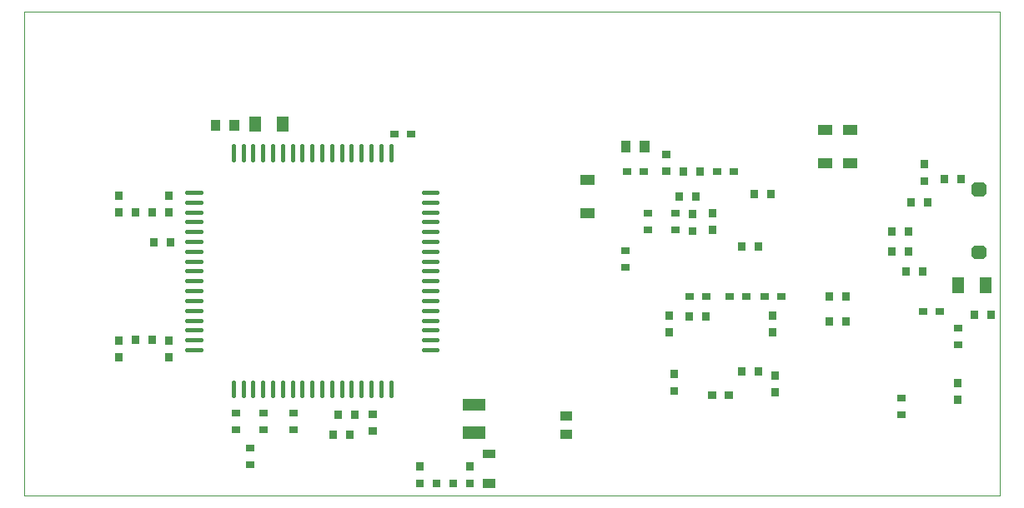
<source format=gbp>
G75*
%MOIN*%
%OFA0B0*%
%FSLAX25Y25*%
%IPPOS*%
%LPD*%
%AMOC8*
5,1,8,0,0,1.08239X$1,22.5*
%
%ADD10C,0.00000*%
%ADD11C,0.00165*%
%ADD12C,0.00179*%
%ADD13C,0.00154*%
%ADD14C,0.00181*%
%ADD15C,0.01654*%
%ADD16C,0.03189*%
D10*
X0022595Y0009348D02*
X0412516Y0009348D01*
X0412516Y0203167D01*
X0022595Y0203167D01*
X0022595Y0009348D01*
D11*
X0105602Y0034706D02*
X0105602Y0037298D01*
X0108588Y0037298D01*
X0108588Y0034706D01*
X0105602Y0034706D01*
X0105602Y0034870D02*
X0108588Y0034870D01*
X0108588Y0035034D02*
X0105602Y0035034D01*
X0105602Y0035198D02*
X0108588Y0035198D01*
X0108588Y0035362D02*
X0105602Y0035362D01*
X0105602Y0035526D02*
X0108588Y0035526D01*
X0108588Y0035690D02*
X0105602Y0035690D01*
X0105602Y0035854D02*
X0108588Y0035854D01*
X0108588Y0036018D02*
X0105602Y0036018D01*
X0105602Y0036182D02*
X0108588Y0036182D01*
X0108588Y0036346D02*
X0105602Y0036346D01*
X0105602Y0036510D02*
X0108588Y0036510D01*
X0108588Y0036674D02*
X0105602Y0036674D01*
X0105602Y0036838D02*
X0108588Y0036838D01*
X0108588Y0037002D02*
X0105602Y0037002D01*
X0105602Y0037166D02*
X0108588Y0037166D01*
X0105602Y0041398D02*
X0105602Y0043990D01*
X0108588Y0043990D01*
X0108588Y0041398D01*
X0105602Y0041398D01*
X0105602Y0041562D02*
X0108588Y0041562D01*
X0108588Y0041726D02*
X0105602Y0041726D01*
X0105602Y0041890D02*
X0108588Y0041890D01*
X0108588Y0042054D02*
X0105602Y0042054D01*
X0105602Y0042218D02*
X0108588Y0042218D01*
X0108588Y0042382D02*
X0105602Y0042382D01*
X0105602Y0042546D02*
X0108588Y0042546D01*
X0108588Y0042710D02*
X0105602Y0042710D01*
X0105602Y0042874D02*
X0108588Y0042874D01*
X0108588Y0043038D02*
X0105602Y0043038D01*
X0105602Y0043202D02*
X0108588Y0043202D01*
X0108588Y0043366D02*
X0105602Y0043366D01*
X0105602Y0043530D02*
X0108588Y0043530D01*
X0108588Y0043694D02*
X0105602Y0043694D01*
X0105602Y0043858D02*
X0108588Y0043858D01*
X0116602Y0043990D02*
X0116602Y0041398D01*
X0116602Y0043990D02*
X0119588Y0043990D01*
X0119588Y0041398D01*
X0116602Y0041398D01*
X0116602Y0041562D02*
X0119588Y0041562D01*
X0119588Y0041726D02*
X0116602Y0041726D01*
X0116602Y0041890D02*
X0119588Y0041890D01*
X0119588Y0042054D02*
X0116602Y0042054D01*
X0116602Y0042218D02*
X0119588Y0042218D01*
X0119588Y0042382D02*
X0116602Y0042382D01*
X0116602Y0042546D02*
X0119588Y0042546D01*
X0119588Y0042710D02*
X0116602Y0042710D01*
X0116602Y0042874D02*
X0119588Y0042874D01*
X0119588Y0043038D02*
X0116602Y0043038D01*
X0116602Y0043202D02*
X0119588Y0043202D01*
X0119588Y0043366D02*
X0116602Y0043366D01*
X0116602Y0043530D02*
X0119588Y0043530D01*
X0119588Y0043694D02*
X0116602Y0043694D01*
X0116602Y0043858D02*
X0119588Y0043858D01*
X0128602Y0043990D02*
X0128602Y0041398D01*
X0128602Y0043990D02*
X0131588Y0043990D01*
X0131588Y0041398D01*
X0128602Y0041398D01*
X0128602Y0041562D02*
X0131588Y0041562D01*
X0131588Y0041726D02*
X0128602Y0041726D01*
X0128602Y0041890D02*
X0131588Y0041890D01*
X0131588Y0042054D02*
X0128602Y0042054D01*
X0128602Y0042218D02*
X0131588Y0042218D01*
X0131588Y0042382D02*
X0128602Y0042382D01*
X0128602Y0042546D02*
X0131588Y0042546D01*
X0131588Y0042710D02*
X0128602Y0042710D01*
X0128602Y0042874D02*
X0131588Y0042874D01*
X0131588Y0043038D02*
X0128602Y0043038D01*
X0128602Y0043202D02*
X0131588Y0043202D01*
X0131588Y0043366D02*
X0128602Y0043366D01*
X0128602Y0043530D02*
X0131588Y0043530D01*
X0131588Y0043694D02*
X0128602Y0043694D01*
X0128602Y0043858D02*
X0131588Y0043858D01*
X0128602Y0037298D02*
X0128602Y0034706D01*
X0128602Y0037298D02*
X0131588Y0037298D01*
X0131588Y0034706D01*
X0128602Y0034706D01*
X0128602Y0034870D02*
X0131588Y0034870D01*
X0131588Y0035034D02*
X0128602Y0035034D01*
X0128602Y0035198D02*
X0131588Y0035198D01*
X0131588Y0035362D02*
X0128602Y0035362D01*
X0128602Y0035526D02*
X0131588Y0035526D01*
X0131588Y0035690D02*
X0128602Y0035690D01*
X0128602Y0035854D02*
X0131588Y0035854D01*
X0131588Y0036018D02*
X0128602Y0036018D01*
X0128602Y0036182D02*
X0131588Y0036182D01*
X0131588Y0036346D02*
X0128602Y0036346D01*
X0128602Y0036510D02*
X0131588Y0036510D01*
X0131588Y0036674D02*
X0128602Y0036674D01*
X0128602Y0036838D02*
X0131588Y0036838D01*
X0131588Y0037002D02*
X0128602Y0037002D01*
X0128602Y0037166D02*
X0131588Y0037166D01*
X0116602Y0037298D02*
X0116602Y0034706D01*
X0116602Y0037298D02*
X0119588Y0037298D01*
X0119588Y0034706D01*
X0116602Y0034706D01*
X0116602Y0034870D02*
X0119588Y0034870D01*
X0119588Y0035034D02*
X0116602Y0035034D01*
X0116602Y0035198D02*
X0119588Y0035198D01*
X0119588Y0035362D02*
X0116602Y0035362D01*
X0116602Y0035526D02*
X0119588Y0035526D01*
X0119588Y0035690D02*
X0116602Y0035690D01*
X0116602Y0035854D02*
X0119588Y0035854D01*
X0119588Y0036018D02*
X0116602Y0036018D01*
X0116602Y0036182D02*
X0119588Y0036182D01*
X0119588Y0036346D02*
X0116602Y0036346D01*
X0116602Y0036510D02*
X0119588Y0036510D01*
X0119588Y0036674D02*
X0116602Y0036674D01*
X0116602Y0036838D02*
X0119588Y0036838D01*
X0119588Y0037002D02*
X0116602Y0037002D01*
X0116602Y0037166D02*
X0119588Y0037166D01*
X0111102Y0029990D02*
X0111102Y0027398D01*
X0111102Y0029990D02*
X0114088Y0029990D01*
X0114088Y0027398D01*
X0111102Y0027398D01*
X0111102Y0027562D02*
X0114088Y0027562D01*
X0114088Y0027726D02*
X0111102Y0027726D01*
X0111102Y0027890D02*
X0114088Y0027890D01*
X0114088Y0028054D02*
X0111102Y0028054D01*
X0111102Y0028218D02*
X0114088Y0028218D01*
X0114088Y0028382D02*
X0111102Y0028382D01*
X0111102Y0028546D02*
X0114088Y0028546D01*
X0114088Y0028710D02*
X0111102Y0028710D01*
X0111102Y0028874D02*
X0114088Y0028874D01*
X0114088Y0029038D02*
X0111102Y0029038D01*
X0111102Y0029202D02*
X0114088Y0029202D01*
X0114088Y0029366D02*
X0111102Y0029366D01*
X0111102Y0029530D02*
X0114088Y0029530D01*
X0114088Y0029694D02*
X0111102Y0029694D01*
X0111102Y0029858D02*
X0114088Y0029858D01*
X0111102Y0023298D02*
X0111102Y0020706D01*
X0111102Y0023298D02*
X0114088Y0023298D01*
X0114088Y0020706D01*
X0111102Y0020706D01*
X0111102Y0020870D02*
X0114088Y0020870D01*
X0114088Y0021034D02*
X0111102Y0021034D01*
X0111102Y0021198D02*
X0114088Y0021198D01*
X0114088Y0021362D02*
X0111102Y0021362D01*
X0111102Y0021526D02*
X0114088Y0021526D01*
X0114088Y0021690D02*
X0111102Y0021690D01*
X0111102Y0021854D02*
X0114088Y0021854D01*
X0114088Y0022018D02*
X0111102Y0022018D01*
X0111102Y0022182D02*
X0114088Y0022182D01*
X0114088Y0022346D02*
X0111102Y0022346D01*
X0111102Y0022510D02*
X0114088Y0022510D01*
X0114088Y0022674D02*
X0111102Y0022674D01*
X0111102Y0022838D02*
X0114088Y0022838D01*
X0114088Y0023002D02*
X0111102Y0023002D01*
X0111102Y0023166D02*
X0114088Y0023166D01*
X0144453Y0032355D02*
X0147045Y0032355D01*
X0144453Y0032355D02*
X0144453Y0035341D01*
X0147045Y0035341D01*
X0147045Y0032355D01*
X0147045Y0032519D02*
X0144453Y0032519D01*
X0144453Y0032683D02*
X0147045Y0032683D01*
X0147045Y0032847D02*
X0144453Y0032847D01*
X0144453Y0033011D02*
X0147045Y0033011D01*
X0147045Y0033175D02*
X0144453Y0033175D01*
X0144453Y0033339D02*
X0147045Y0033339D01*
X0147045Y0033503D02*
X0144453Y0033503D01*
X0144453Y0033667D02*
X0147045Y0033667D01*
X0147045Y0033831D02*
X0144453Y0033831D01*
X0144453Y0033995D02*
X0147045Y0033995D01*
X0147045Y0034159D02*
X0144453Y0034159D01*
X0144453Y0034323D02*
X0147045Y0034323D01*
X0147045Y0034487D02*
X0144453Y0034487D01*
X0144453Y0034651D02*
X0147045Y0034651D01*
X0147045Y0034815D02*
X0144453Y0034815D01*
X0144453Y0034979D02*
X0147045Y0034979D01*
X0147045Y0035143D02*
X0144453Y0035143D01*
X0144453Y0035307D02*
X0147045Y0035307D01*
X0151146Y0032355D02*
X0153738Y0032355D01*
X0151146Y0032355D02*
X0151146Y0035341D01*
X0153738Y0035341D01*
X0153738Y0032355D01*
X0153738Y0032519D02*
X0151146Y0032519D01*
X0151146Y0032683D02*
X0153738Y0032683D01*
X0153738Y0032847D02*
X0151146Y0032847D01*
X0151146Y0033011D02*
X0153738Y0033011D01*
X0153738Y0033175D02*
X0151146Y0033175D01*
X0151146Y0033339D02*
X0153738Y0033339D01*
X0153738Y0033503D02*
X0151146Y0033503D01*
X0151146Y0033667D02*
X0153738Y0033667D01*
X0153738Y0033831D02*
X0151146Y0033831D01*
X0151146Y0033995D02*
X0153738Y0033995D01*
X0153738Y0034159D02*
X0151146Y0034159D01*
X0151146Y0034323D02*
X0153738Y0034323D01*
X0153738Y0034487D02*
X0151146Y0034487D01*
X0151146Y0034651D02*
X0153738Y0034651D01*
X0153738Y0034815D02*
X0151146Y0034815D01*
X0151146Y0034979D02*
X0153738Y0034979D01*
X0153738Y0035143D02*
X0151146Y0035143D01*
X0151146Y0035307D02*
X0153738Y0035307D01*
X0163088Y0034206D02*
X0163088Y0036798D01*
X0163088Y0034206D02*
X0160102Y0034206D01*
X0160102Y0036798D01*
X0163088Y0036798D01*
X0163088Y0034370D02*
X0160102Y0034370D01*
X0160102Y0034534D02*
X0163088Y0034534D01*
X0163088Y0034698D02*
X0160102Y0034698D01*
X0160102Y0034862D02*
X0163088Y0034862D01*
X0163088Y0035026D02*
X0160102Y0035026D01*
X0160102Y0035190D02*
X0163088Y0035190D01*
X0163088Y0035354D02*
X0160102Y0035354D01*
X0160102Y0035518D02*
X0163088Y0035518D01*
X0163088Y0035682D02*
X0160102Y0035682D01*
X0160102Y0035846D02*
X0163088Y0035846D01*
X0163088Y0036010D02*
X0160102Y0036010D01*
X0160102Y0036174D02*
X0163088Y0036174D01*
X0163088Y0036338D02*
X0160102Y0036338D01*
X0160102Y0036502D02*
X0163088Y0036502D01*
X0163088Y0036666D02*
X0160102Y0036666D01*
X0163088Y0040898D02*
X0163088Y0043490D01*
X0163088Y0040898D02*
X0160102Y0040898D01*
X0160102Y0043490D01*
X0163088Y0043490D01*
X0163088Y0041062D02*
X0160102Y0041062D01*
X0160102Y0041226D02*
X0163088Y0041226D01*
X0163088Y0041390D02*
X0160102Y0041390D01*
X0160102Y0041554D02*
X0163088Y0041554D01*
X0163088Y0041718D02*
X0160102Y0041718D01*
X0160102Y0041882D02*
X0163088Y0041882D01*
X0163088Y0042046D02*
X0160102Y0042046D01*
X0160102Y0042210D02*
X0163088Y0042210D01*
X0163088Y0042374D02*
X0160102Y0042374D01*
X0160102Y0042538D02*
X0163088Y0042538D01*
X0163088Y0042702D02*
X0160102Y0042702D01*
X0160102Y0042866D02*
X0163088Y0042866D01*
X0163088Y0043030D02*
X0160102Y0043030D01*
X0160102Y0043194D02*
X0163088Y0043194D01*
X0163088Y0043358D02*
X0160102Y0043358D01*
X0155738Y0040355D02*
X0153146Y0040355D01*
X0153146Y0043341D01*
X0155738Y0043341D01*
X0155738Y0040355D01*
X0155738Y0040519D02*
X0153146Y0040519D01*
X0153146Y0040683D02*
X0155738Y0040683D01*
X0155738Y0040847D02*
X0153146Y0040847D01*
X0153146Y0041011D02*
X0155738Y0041011D01*
X0155738Y0041175D02*
X0153146Y0041175D01*
X0153146Y0041339D02*
X0155738Y0041339D01*
X0155738Y0041503D02*
X0153146Y0041503D01*
X0153146Y0041667D02*
X0155738Y0041667D01*
X0155738Y0041831D02*
X0153146Y0041831D01*
X0153146Y0041995D02*
X0155738Y0041995D01*
X0155738Y0042159D02*
X0153146Y0042159D01*
X0153146Y0042323D02*
X0155738Y0042323D01*
X0155738Y0042487D02*
X0153146Y0042487D01*
X0153146Y0042651D02*
X0155738Y0042651D01*
X0155738Y0042815D02*
X0153146Y0042815D01*
X0153146Y0042979D02*
X0155738Y0042979D01*
X0155738Y0043143D02*
X0153146Y0043143D01*
X0153146Y0043307D02*
X0155738Y0043307D01*
X0149045Y0040355D02*
X0146453Y0040355D01*
X0146453Y0043341D01*
X0149045Y0043341D01*
X0149045Y0040355D01*
X0149045Y0040519D02*
X0146453Y0040519D01*
X0146453Y0040683D02*
X0149045Y0040683D01*
X0149045Y0040847D02*
X0146453Y0040847D01*
X0146453Y0041011D02*
X0149045Y0041011D01*
X0149045Y0041175D02*
X0146453Y0041175D01*
X0146453Y0041339D02*
X0149045Y0041339D01*
X0149045Y0041503D02*
X0146453Y0041503D01*
X0146453Y0041667D02*
X0149045Y0041667D01*
X0149045Y0041831D02*
X0146453Y0041831D01*
X0146453Y0041995D02*
X0149045Y0041995D01*
X0149045Y0042159D02*
X0146453Y0042159D01*
X0146453Y0042323D02*
X0149045Y0042323D01*
X0149045Y0042487D02*
X0146453Y0042487D01*
X0146453Y0042651D02*
X0149045Y0042651D01*
X0149045Y0042815D02*
X0146453Y0042815D01*
X0146453Y0042979D02*
X0149045Y0042979D01*
X0149045Y0043143D02*
X0146453Y0043143D01*
X0146453Y0043307D02*
X0149045Y0043307D01*
X0181891Y0022687D02*
X0181891Y0019701D01*
X0179299Y0019701D01*
X0179299Y0022687D01*
X0181891Y0022687D01*
X0181891Y0019865D02*
X0179299Y0019865D01*
X0179299Y0020029D02*
X0181891Y0020029D01*
X0181891Y0020193D02*
X0179299Y0020193D01*
X0179299Y0020357D02*
X0181891Y0020357D01*
X0181891Y0020521D02*
X0179299Y0020521D01*
X0179299Y0020685D02*
X0181891Y0020685D01*
X0181891Y0020849D02*
X0179299Y0020849D01*
X0179299Y0021013D02*
X0181891Y0021013D01*
X0181891Y0021177D02*
X0179299Y0021177D01*
X0179299Y0021341D02*
X0181891Y0021341D01*
X0181891Y0021505D02*
X0179299Y0021505D01*
X0179299Y0021669D02*
X0181891Y0021669D01*
X0181891Y0021833D02*
X0179299Y0021833D01*
X0179299Y0021997D02*
X0181891Y0021997D01*
X0181891Y0022161D02*
X0179299Y0022161D01*
X0179299Y0022325D02*
X0181891Y0022325D01*
X0181891Y0022489D02*
X0179299Y0022489D01*
X0179299Y0022653D02*
X0181891Y0022653D01*
X0181891Y0015995D02*
X0181891Y0013009D01*
X0179299Y0013009D01*
X0179299Y0015995D01*
X0181891Y0015995D01*
X0181891Y0013173D02*
X0179299Y0013173D01*
X0179299Y0013337D02*
X0181891Y0013337D01*
X0181891Y0013501D02*
X0179299Y0013501D01*
X0179299Y0013665D02*
X0181891Y0013665D01*
X0181891Y0013829D02*
X0179299Y0013829D01*
X0179299Y0013993D02*
X0181891Y0013993D01*
X0181891Y0014157D02*
X0179299Y0014157D01*
X0179299Y0014321D02*
X0181891Y0014321D01*
X0181891Y0014485D02*
X0179299Y0014485D01*
X0179299Y0014649D02*
X0181891Y0014649D01*
X0181891Y0014813D02*
X0179299Y0014813D01*
X0179299Y0014977D02*
X0181891Y0014977D01*
X0181891Y0015141D02*
X0179299Y0015141D01*
X0179299Y0015305D02*
X0181891Y0015305D01*
X0181891Y0015469D02*
X0179299Y0015469D01*
X0179299Y0015633D02*
X0181891Y0015633D01*
X0181891Y0015797D02*
X0179299Y0015797D01*
X0179299Y0015961D02*
X0181891Y0015961D01*
X0185953Y0015999D02*
X0188545Y0015999D01*
X0188545Y0013013D01*
X0185953Y0013013D01*
X0185953Y0015999D01*
X0185953Y0013177D02*
X0188545Y0013177D01*
X0188545Y0013341D02*
X0185953Y0013341D01*
X0185953Y0013505D02*
X0188545Y0013505D01*
X0188545Y0013669D02*
X0185953Y0013669D01*
X0185953Y0013833D02*
X0188545Y0013833D01*
X0188545Y0013997D02*
X0185953Y0013997D01*
X0185953Y0014161D02*
X0188545Y0014161D01*
X0188545Y0014325D02*
X0185953Y0014325D01*
X0185953Y0014489D02*
X0188545Y0014489D01*
X0188545Y0014653D02*
X0185953Y0014653D01*
X0185953Y0014817D02*
X0188545Y0014817D01*
X0188545Y0014981D02*
X0185953Y0014981D01*
X0185953Y0015145D02*
X0188545Y0015145D01*
X0188545Y0015309D02*
X0185953Y0015309D01*
X0185953Y0015473D02*
X0188545Y0015473D01*
X0188545Y0015637D02*
X0185953Y0015637D01*
X0185953Y0015801D02*
X0188545Y0015801D01*
X0188545Y0015965D02*
X0185953Y0015965D01*
X0192646Y0015999D02*
X0195238Y0015999D01*
X0195238Y0013013D01*
X0192646Y0013013D01*
X0192646Y0015999D01*
X0192646Y0013177D02*
X0195238Y0013177D01*
X0195238Y0013341D02*
X0192646Y0013341D01*
X0192646Y0013505D02*
X0195238Y0013505D01*
X0195238Y0013669D02*
X0192646Y0013669D01*
X0192646Y0013833D02*
X0195238Y0013833D01*
X0195238Y0013997D02*
X0192646Y0013997D01*
X0192646Y0014161D02*
X0195238Y0014161D01*
X0195238Y0014325D02*
X0192646Y0014325D01*
X0192646Y0014489D02*
X0195238Y0014489D01*
X0195238Y0014653D02*
X0192646Y0014653D01*
X0192646Y0014817D02*
X0195238Y0014817D01*
X0195238Y0014981D02*
X0192646Y0014981D01*
X0192646Y0015145D02*
X0195238Y0015145D01*
X0195238Y0015309D02*
X0192646Y0015309D01*
X0192646Y0015473D02*
X0195238Y0015473D01*
X0195238Y0015637D02*
X0192646Y0015637D01*
X0192646Y0015801D02*
X0195238Y0015801D01*
X0195238Y0015965D02*
X0192646Y0015965D01*
X0201891Y0015995D02*
X0201891Y0013009D01*
X0199299Y0013009D01*
X0199299Y0015995D01*
X0201891Y0015995D01*
X0201891Y0013173D02*
X0199299Y0013173D01*
X0199299Y0013337D02*
X0201891Y0013337D01*
X0201891Y0013501D02*
X0199299Y0013501D01*
X0199299Y0013665D02*
X0201891Y0013665D01*
X0201891Y0013829D02*
X0199299Y0013829D01*
X0199299Y0013993D02*
X0201891Y0013993D01*
X0201891Y0014157D02*
X0199299Y0014157D01*
X0199299Y0014321D02*
X0201891Y0014321D01*
X0201891Y0014485D02*
X0199299Y0014485D01*
X0199299Y0014649D02*
X0201891Y0014649D01*
X0201891Y0014813D02*
X0199299Y0014813D01*
X0199299Y0014977D02*
X0201891Y0014977D01*
X0201891Y0015141D02*
X0199299Y0015141D01*
X0199299Y0015305D02*
X0201891Y0015305D01*
X0201891Y0015469D02*
X0199299Y0015469D01*
X0199299Y0015633D02*
X0201891Y0015633D01*
X0201891Y0015797D02*
X0199299Y0015797D01*
X0199299Y0015961D02*
X0201891Y0015961D01*
X0201891Y0019701D02*
X0201891Y0022687D01*
X0201891Y0019701D02*
X0199299Y0019701D01*
X0199299Y0022687D01*
X0201891Y0022687D01*
X0201891Y0019865D02*
X0199299Y0019865D01*
X0199299Y0020029D02*
X0201891Y0020029D01*
X0201891Y0020193D02*
X0199299Y0020193D01*
X0199299Y0020357D02*
X0201891Y0020357D01*
X0201891Y0020521D02*
X0199299Y0020521D01*
X0199299Y0020685D02*
X0201891Y0020685D01*
X0201891Y0020849D02*
X0199299Y0020849D01*
X0199299Y0021013D02*
X0201891Y0021013D01*
X0201891Y0021177D02*
X0199299Y0021177D01*
X0199299Y0021341D02*
X0201891Y0021341D01*
X0201891Y0021505D02*
X0199299Y0021505D01*
X0199299Y0021669D02*
X0201891Y0021669D01*
X0201891Y0021833D02*
X0199299Y0021833D01*
X0199299Y0021997D02*
X0201891Y0021997D01*
X0201891Y0022161D02*
X0199299Y0022161D01*
X0199299Y0022325D02*
X0201891Y0022325D01*
X0201891Y0022489D02*
X0199299Y0022489D01*
X0199299Y0022653D02*
X0201891Y0022653D01*
X0205736Y0024683D02*
X0205736Y0027825D01*
X0210454Y0027825D01*
X0210454Y0024683D01*
X0205736Y0024683D01*
X0205736Y0024847D02*
X0210454Y0024847D01*
X0210454Y0025011D02*
X0205736Y0025011D01*
X0205736Y0025175D02*
X0210454Y0025175D01*
X0210454Y0025339D02*
X0205736Y0025339D01*
X0205736Y0025503D02*
X0210454Y0025503D01*
X0210454Y0025667D02*
X0205736Y0025667D01*
X0205736Y0025831D02*
X0210454Y0025831D01*
X0210454Y0025995D02*
X0205736Y0025995D01*
X0205736Y0026159D02*
X0210454Y0026159D01*
X0210454Y0026323D02*
X0205736Y0026323D01*
X0205736Y0026487D02*
X0210454Y0026487D01*
X0210454Y0026651D02*
X0205736Y0026651D01*
X0205736Y0026815D02*
X0210454Y0026815D01*
X0210454Y0026979D02*
X0205736Y0026979D01*
X0205736Y0027143D02*
X0210454Y0027143D01*
X0210454Y0027307D02*
X0205736Y0027307D01*
X0205736Y0027471D02*
X0210454Y0027471D01*
X0210454Y0027635D02*
X0205736Y0027635D01*
X0205736Y0027799D02*
X0210454Y0027799D01*
X0205736Y0016014D02*
X0205736Y0012872D01*
X0205736Y0016014D02*
X0210454Y0016014D01*
X0210454Y0012872D01*
X0205736Y0012872D01*
X0205736Y0013036D02*
X0210454Y0013036D01*
X0210454Y0013200D02*
X0205736Y0013200D01*
X0205736Y0013364D02*
X0210454Y0013364D01*
X0210454Y0013528D02*
X0205736Y0013528D01*
X0205736Y0013692D02*
X0210454Y0013692D01*
X0210454Y0013856D02*
X0205736Y0013856D01*
X0205736Y0014020D02*
X0210454Y0014020D01*
X0210454Y0014184D02*
X0205736Y0014184D01*
X0205736Y0014348D02*
X0210454Y0014348D01*
X0210454Y0014512D02*
X0205736Y0014512D01*
X0205736Y0014676D02*
X0210454Y0014676D01*
X0210454Y0014840D02*
X0205736Y0014840D01*
X0205736Y0015004D02*
X0210454Y0015004D01*
X0210454Y0015168D02*
X0205736Y0015168D01*
X0205736Y0015332D02*
X0210454Y0015332D01*
X0210454Y0015496D02*
X0205736Y0015496D01*
X0205736Y0015660D02*
X0210454Y0015660D01*
X0210454Y0015824D02*
X0205736Y0015824D01*
X0205736Y0015988D02*
X0210454Y0015988D01*
X0283391Y0050009D02*
X0283391Y0052995D01*
X0283391Y0050009D02*
X0280799Y0050009D01*
X0280799Y0052995D01*
X0283391Y0052995D01*
X0283391Y0050173D02*
X0280799Y0050173D01*
X0280799Y0050337D02*
X0283391Y0050337D01*
X0283391Y0050501D02*
X0280799Y0050501D01*
X0280799Y0050665D02*
X0283391Y0050665D01*
X0283391Y0050829D02*
X0280799Y0050829D01*
X0280799Y0050993D02*
X0283391Y0050993D01*
X0283391Y0051157D02*
X0280799Y0051157D01*
X0280799Y0051321D02*
X0283391Y0051321D01*
X0283391Y0051485D02*
X0280799Y0051485D01*
X0280799Y0051649D02*
X0283391Y0051649D01*
X0283391Y0051813D02*
X0280799Y0051813D01*
X0280799Y0051977D02*
X0283391Y0051977D01*
X0283391Y0052141D02*
X0280799Y0052141D01*
X0280799Y0052305D02*
X0283391Y0052305D01*
X0283391Y0052469D02*
X0280799Y0052469D01*
X0280799Y0052633D02*
X0283391Y0052633D01*
X0283391Y0052797D02*
X0280799Y0052797D01*
X0280799Y0052961D02*
X0283391Y0052961D01*
X0283391Y0056701D02*
X0283391Y0059687D01*
X0283391Y0056701D02*
X0280799Y0056701D01*
X0280799Y0059687D01*
X0283391Y0059687D01*
X0283391Y0056865D02*
X0280799Y0056865D01*
X0280799Y0057029D02*
X0283391Y0057029D01*
X0283391Y0057193D02*
X0280799Y0057193D01*
X0280799Y0057357D02*
X0283391Y0057357D01*
X0283391Y0057521D02*
X0280799Y0057521D01*
X0280799Y0057685D02*
X0283391Y0057685D01*
X0283391Y0057849D02*
X0280799Y0057849D01*
X0280799Y0058013D02*
X0283391Y0058013D01*
X0283391Y0058177D02*
X0280799Y0058177D01*
X0280799Y0058341D02*
X0283391Y0058341D01*
X0283391Y0058505D02*
X0280799Y0058505D01*
X0280799Y0058669D02*
X0283391Y0058669D01*
X0283391Y0058833D02*
X0280799Y0058833D01*
X0280799Y0058997D02*
X0283391Y0058997D01*
X0283391Y0059161D02*
X0280799Y0059161D01*
X0280799Y0059325D02*
X0283391Y0059325D01*
X0283391Y0059489D02*
X0280799Y0059489D01*
X0280799Y0059653D02*
X0283391Y0059653D01*
X0295756Y0051144D02*
X0298742Y0051144D01*
X0298742Y0048552D01*
X0295756Y0048552D01*
X0295756Y0051144D01*
X0295756Y0048716D02*
X0298742Y0048716D01*
X0298742Y0048880D02*
X0295756Y0048880D01*
X0295756Y0049044D02*
X0298742Y0049044D01*
X0298742Y0049208D02*
X0295756Y0049208D01*
X0295756Y0049372D02*
X0298742Y0049372D01*
X0298742Y0049536D02*
X0295756Y0049536D01*
X0295756Y0049700D02*
X0298742Y0049700D01*
X0298742Y0049864D02*
X0295756Y0049864D01*
X0295756Y0050028D02*
X0298742Y0050028D01*
X0298742Y0050192D02*
X0295756Y0050192D01*
X0295756Y0050356D02*
X0298742Y0050356D01*
X0298742Y0050520D02*
X0295756Y0050520D01*
X0295756Y0050684D02*
X0298742Y0050684D01*
X0298742Y0050848D02*
X0295756Y0050848D01*
X0295756Y0051012D02*
X0298742Y0051012D01*
X0302449Y0051144D02*
X0305435Y0051144D01*
X0305435Y0048552D01*
X0302449Y0048552D01*
X0302449Y0051144D01*
X0302449Y0048716D02*
X0305435Y0048716D01*
X0305435Y0048880D02*
X0302449Y0048880D01*
X0302449Y0049044D02*
X0305435Y0049044D01*
X0305435Y0049208D02*
X0302449Y0049208D01*
X0302449Y0049372D02*
X0305435Y0049372D01*
X0305435Y0049536D02*
X0302449Y0049536D01*
X0302449Y0049700D02*
X0305435Y0049700D01*
X0305435Y0049864D02*
X0302449Y0049864D01*
X0302449Y0050028D02*
X0305435Y0050028D01*
X0305435Y0050192D02*
X0302449Y0050192D01*
X0302449Y0050356D02*
X0305435Y0050356D01*
X0305435Y0050520D02*
X0302449Y0050520D01*
X0302449Y0050684D02*
X0305435Y0050684D01*
X0305435Y0050848D02*
X0302449Y0050848D01*
X0302449Y0051012D02*
X0305435Y0051012D01*
X0321299Y0052495D02*
X0321299Y0049509D01*
X0321299Y0052495D02*
X0323891Y0052495D01*
X0323891Y0049509D01*
X0321299Y0049509D01*
X0321299Y0049673D02*
X0323891Y0049673D01*
X0323891Y0049837D02*
X0321299Y0049837D01*
X0321299Y0050001D02*
X0323891Y0050001D01*
X0323891Y0050165D02*
X0321299Y0050165D01*
X0321299Y0050329D02*
X0323891Y0050329D01*
X0323891Y0050493D02*
X0321299Y0050493D01*
X0321299Y0050657D02*
X0323891Y0050657D01*
X0323891Y0050821D02*
X0321299Y0050821D01*
X0321299Y0050985D02*
X0323891Y0050985D01*
X0323891Y0051149D02*
X0321299Y0051149D01*
X0321299Y0051313D02*
X0323891Y0051313D01*
X0323891Y0051477D02*
X0321299Y0051477D01*
X0321299Y0051641D02*
X0323891Y0051641D01*
X0323891Y0051805D02*
X0321299Y0051805D01*
X0321299Y0051969D02*
X0323891Y0051969D01*
X0323891Y0052133D02*
X0321299Y0052133D01*
X0321299Y0052297D02*
X0323891Y0052297D01*
X0323891Y0052461D02*
X0321299Y0052461D01*
X0321299Y0056201D02*
X0321299Y0059187D01*
X0323891Y0059187D01*
X0323891Y0056201D01*
X0321299Y0056201D01*
X0321299Y0056365D02*
X0323891Y0056365D01*
X0323891Y0056529D02*
X0321299Y0056529D01*
X0321299Y0056693D02*
X0323891Y0056693D01*
X0323891Y0056857D02*
X0321299Y0056857D01*
X0321299Y0057021D02*
X0323891Y0057021D01*
X0323891Y0057185D02*
X0321299Y0057185D01*
X0321299Y0057349D02*
X0323891Y0057349D01*
X0323891Y0057513D02*
X0321299Y0057513D01*
X0321299Y0057677D02*
X0323891Y0057677D01*
X0323891Y0057841D02*
X0321299Y0057841D01*
X0321299Y0058005D02*
X0323891Y0058005D01*
X0323891Y0058169D02*
X0321299Y0058169D01*
X0321299Y0058333D02*
X0323891Y0058333D01*
X0323891Y0058497D02*
X0321299Y0058497D01*
X0321299Y0058661D02*
X0323891Y0058661D01*
X0323891Y0058825D02*
X0321299Y0058825D01*
X0321299Y0058989D02*
X0323891Y0058989D01*
X0323891Y0059153D02*
X0321299Y0059153D01*
X0317238Y0060841D02*
X0314646Y0060841D01*
X0317238Y0060841D02*
X0317238Y0057855D01*
X0314646Y0057855D01*
X0314646Y0060841D01*
X0314646Y0058019D02*
X0317238Y0058019D01*
X0317238Y0058183D02*
X0314646Y0058183D01*
X0314646Y0058347D02*
X0317238Y0058347D01*
X0317238Y0058511D02*
X0314646Y0058511D01*
X0314646Y0058675D02*
X0317238Y0058675D01*
X0317238Y0058839D02*
X0314646Y0058839D01*
X0314646Y0059003D02*
X0317238Y0059003D01*
X0317238Y0059167D02*
X0314646Y0059167D01*
X0314646Y0059331D02*
X0317238Y0059331D01*
X0317238Y0059495D02*
X0314646Y0059495D01*
X0314646Y0059659D02*
X0317238Y0059659D01*
X0317238Y0059823D02*
X0314646Y0059823D01*
X0314646Y0059987D02*
X0317238Y0059987D01*
X0317238Y0060151D02*
X0314646Y0060151D01*
X0314646Y0060315D02*
X0317238Y0060315D01*
X0317238Y0060479D02*
X0314646Y0060479D01*
X0314646Y0060643D02*
X0317238Y0060643D01*
X0317238Y0060807D02*
X0314646Y0060807D01*
X0310545Y0060841D02*
X0307953Y0060841D01*
X0310545Y0060841D02*
X0310545Y0057855D01*
X0307953Y0057855D01*
X0307953Y0060841D01*
X0307953Y0058019D02*
X0310545Y0058019D01*
X0310545Y0058183D02*
X0307953Y0058183D01*
X0307953Y0058347D02*
X0310545Y0058347D01*
X0310545Y0058511D02*
X0307953Y0058511D01*
X0307953Y0058675D02*
X0310545Y0058675D01*
X0310545Y0058839D02*
X0307953Y0058839D01*
X0307953Y0059003D02*
X0310545Y0059003D01*
X0310545Y0059167D02*
X0307953Y0059167D01*
X0307953Y0059331D02*
X0310545Y0059331D01*
X0310545Y0059495D02*
X0307953Y0059495D01*
X0307953Y0059659D02*
X0310545Y0059659D01*
X0310545Y0059823D02*
X0307953Y0059823D01*
X0307953Y0059987D02*
X0310545Y0059987D01*
X0310545Y0060151D02*
X0307953Y0060151D01*
X0307953Y0060315D02*
X0310545Y0060315D01*
X0310545Y0060479D02*
X0307953Y0060479D01*
X0307953Y0060643D02*
X0310545Y0060643D01*
X0310545Y0060807D02*
X0307953Y0060807D01*
X0320299Y0073509D02*
X0320299Y0076495D01*
X0322891Y0076495D01*
X0322891Y0073509D01*
X0320299Y0073509D01*
X0320299Y0073673D02*
X0322891Y0073673D01*
X0322891Y0073837D02*
X0320299Y0073837D01*
X0320299Y0074001D02*
X0322891Y0074001D01*
X0322891Y0074165D02*
X0320299Y0074165D01*
X0320299Y0074329D02*
X0322891Y0074329D01*
X0322891Y0074493D02*
X0320299Y0074493D01*
X0320299Y0074657D02*
X0322891Y0074657D01*
X0322891Y0074821D02*
X0320299Y0074821D01*
X0320299Y0074985D02*
X0322891Y0074985D01*
X0322891Y0075149D02*
X0320299Y0075149D01*
X0320299Y0075313D02*
X0322891Y0075313D01*
X0322891Y0075477D02*
X0320299Y0075477D01*
X0320299Y0075641D02*
X0322891Y0075641D01*
X0322891Y0075805D02*
X0320299Y0075805D01*
X0320299Y0075969D02*
X0322891Y0075969D01*
X0322891Y0076133D02*
X0320299Y0076133D01*
X0320299Y0076297D02*
X0322891Y0076297D01*
X0322891Y0076461D02*
X0320299Y0076461D01*
X0320299Y0080201D02*
X0320299Y0083187D01*
X0322891Y0083187D01*
X0322891Y0080201D01*
X0320299Y0080201D01*
X0320299Y0080365D02*
X0322891Y0080365D01*
X0322891Y0080529D02*
X0320299Y0080529D01*
X0320299Y0080693D02*
X0322891Y0080693D01*
X0322891Y0080857D02*
X0320299Y0080857D01*
X0320299Y0081021D02*
X0322891Y0081021D01*
X0322891Y0081185D02*
X0320299Y0081185D01*
X0320299Y0081349D02*
X0322891Y0081349D01*
X0322891Y0081513D02*
X0320299Y0081513D01*
X0320299Y0081677D02*
X0322891Y0081677D01*
X0322891Y0081841D02*
X0320299Y0081841D01*
X0320299Y0082005D02*
X0322891Y0082005D01*
X0322891Y0082169D02*
X0320299Y0082169D01*
X0320299Y0082333D02*
X0322891Y0082333D01*
X0322891Y0082497D02*
X0320299Y0082497D01*
X0320299Y0082661D02*
X0322891Y0082661D01*
X0322891Y0082825D02*
X0320299Y0082825D01*
X0320299Y0082989D02*
X0322891Y0082989D01*
X0322891Y0083153D02*
X0320299Y0083153D01*
X0319742Y0090644D02*
X0316756Y0090644D01*
X0319742Y0090644D02*
X0319742Y0088052D01*
X0316756Y0088052D01*
X0316756Y0090644D01*
X0316756Y0088216D02*
X0319742Y0088216D01*
X0319742Y0088380D02*
X0316756Y0088380D01*
X0316756Y0088544D02*
X0319742Y0088544D01*
X0319742Y0088708D02*
X0316756Y0088708D01*
X0316756Y0088872D02*
X0319742Y0088872D01*
X0319742Y0089036D02*
X0316756Y0089036D01*
X0316756Y0089200D02*
X0319742Y0089200D01*
X0319742Y0089364D02*
X0316756Y0089364D01*
X0316756Y0089528D02*
X0319742Y0089528D01*
X0319742Y0089692D02*
X0316756Y0089692D01*
X0316756Y0089856D02*
X0319742Y0089856D01*
X0319742Y0090020D02*
X0316756Y0090020D01*
X0316756Y0090184D02*
X0319742Y0090184D01*
X0319742Y0090348D02*
X0316756Y0090348D01*
X0316756Y0090512D02*
X0319742Y0090512D01*
X0323449Y0090644D02*
X0326435Y0090644D01*
X0326435Y0088052D01*
X0323449Y0088052D01*
X0323449Y0090644D01*
X0323449Y0088216D02*
X0326435Y0088216D01*
X0326435Y0088380D02*
X0323449Y0088380D01*
X0323449Y0088544D02*
X0326435Y0088544D01*
X0326435Y0088708D02*
X0323449Y0088708D01*
X0323449Y0088872D02*
X0326435Y0088872D01*
X0326435Y0089036D02*
X0323449Y0089036D01*
X0323449Y0089200D02*
X0326435Y0089200D01*
X0326435Y0089364D02*
X0323449Y0089364D01*
X0323449Y0089528D02*
X0326435Y0089528D01*
X0326435Y0089692D02*
X0323449Y0089692D01*
X0323449Y0089856D02*
X0326435Y0089856D01*
X0326435Y0090020D02*
X0323449Y0090020D01*
X0323449Y0090184D02*
X0326435Y0090184D01*
X0326435Y0090348D02*
X0323449Y0090348D01*
X0323449Y0090512D02*
X0326435Y0090512D01*
X0312435Y0090644D02*
X0309449Y0090644D01*
X0312435Y0090644D02*
X0312435Y0088052D01*
X0309449Y0088052D01*
X0309449Y0090644D01*
X0309449Y0088216D02*
X0312435Y0088216D01*
X0312435Y0088380D02*
X0309449Y0088380D01*
X0309449Y0088544D02*
X0312435Y0088544D01*
X0312435Y0088708D02*
X0309449Y0088708D01*
X0309449Y0088872D02*
X0312435Y0088872D01*
X0312435Y0089036D02*
X0309449Y0089036D01*
X0309449Y0089200D02*
X0312435Y0089200D01*
X0312435Y0089364D02*
X0309449Y0089364D01*
X0309449Y0089528D02*
X0312435Y0089528D01*
X0312435Y0089692D02*
X0309449Y0089692D01*
X0309449Y0089856D02*
X0312435Y0089856D01*
X0312435Y0090020D02*
X0309449Y0090020D01*
X0309449Y0090184D02*
X0312435Y0090184D01*
X0312435Y0090348D02*
X0309449Y0090348D01*
X0309449Y0090512D02*
X0312435Y0090512D01*
X0305742Y0090644D02*
X0302756Y0090644D01*
X0305742Y0090644D02*
X0305742Y0088052D01*
X0302756Y0088052D01*
X0302756Y0090644D01*
X0302756Y0088216D02*
X0305742Y0088216D01*
X0305742Y0088380D02*
X0302756Y0088380D01*
X0302756Y0088544D02*
X0305742Y0088544D01*
X0305742Y0088708D02*
X0302756Y0088708D01*
X0302756Y0088872D02*
X0305742Y0088872D01*
X0305742Y0089036D02*
X0302756Y0089036D01*
X0302756Y0089200D02*
X0305742Y0089200D01*
X0305742Y0089364D02*
X0302756Y0089364D01*
X0302756Y0089528D02*
X0305742Y0089528D01*
X0305742Y0089692D02*
X0302756Y0089692D01*
X0302756Y0089856D02*
X0305742Y0089856D01*
X0305742Y0090020D02*
X0302756Y0090020D01*
X0302756Y0090184D02*
X0305742Y0090184D01*
X0305742Y0090348D02*
X0302756Y0090348D01*
X0302756Y0090512D02*
X0305742Y0090512D01*
X0296435Y0088052D02*
X0293449Y0088052D01*
X0293449Y0090644D01*
X0296435Y0090644D01*
X0296435Y0088052D01*
X0296435Y0088216D02*
X0293449Y0088216D01*
X0293449Y0088380D02*
X0296435Y0088380D01*
X0296435Y0088544D02*
X0293449Y0088544D01*
X0293449Y0088708D02*
X0296435Y0088708D01*
X0296435Y0088872D02*
X0293449Y0088872D01*
X0293449Y0089036D02*
X0296435Y0089036D01*
X0296435Y0089200D02*
X0293449Y0089200D01*
X0293449Y0089364D02*
X0296435Y0089364D01*
X0296435Y0089528D02*
X0293449Y0089528D01*
X0293449Y0089692D02*
X0296435Y0089692D01*
X0296435Y0089856D02*
X0293449Y0089856D01*
X0293449Y0090020D02*
X0296435Y0090020D01*
X0296435Y0090184D02*
X0293449Y0090184D01*
X0293449Y0090348D02*
X0296435Y0090348D01*
X0296435Y0090512D02*
X0293449Y0090512D01*
X0289742Y0088052D02*
X0286756Y0088052D01*
X0286756Y0090644D01*
X0289742Y0090644D01*
X0289742Y0088052D01*
X0289742Y0088216D02*
X0286756Y0088216D01*
X0286756Y0088380D02*
X0289742Y0088380D01*
X0289742Y0088544D02*
X0286756Y0088544D01*
X0286756Y0088708D02*
X0289742Y0088708D01*
X0289742Y0088872D02*
X0286756Y0088872D01*
X0286756Y0089036D02*
X0289742Y0089036D01*
X0289742Y0089200D02*
X0286756Y0089200D01*
X0286756Y0089364D02*
X0289742Y0089364D01*
X0289742Y0089528D02*
X0286756Y0089528D01*
X0286756Y0089692D02*
X0289742Y0089692D01*
X0289742Y0089856D02*
X0286756Y0089856D01*
X0286756Y0090020D02*
X0289742Y0090020D01*
X0289742Y0090184D02*
X0286756Y0090184D01*
X0286756Y0090348D02*
X0289742Y0090348D01*
X0289742Y0090512D02*
X0286756Y0090512D01*
X0286953Y0079855D02*
X0289545Y0079855D01*
X0286953Y0079855D02*
X0286953Y0082841D01*
X0289545Y0082841D01*
X0289545Y0079855D01*
X0289545Y0080019D02*
X0286953Y0080019D01*
X0286953Y0080183D02*
X0289545Y0080183D01*
X0289545Y0080347D02*
X0286953Y0080347D01*
X0286953Y0080511D02*
X0289545Y0080511D01*
X0289545Y0080675D02*
X0286953Y0080675D01*
X0286953Y0080839D02*
X0289545Y0080839D01*
X0289545Y0081003D02*
X0286953Y0081003D01*
X0286953Y0081167D02*
X0289545Y0081167D01*
X0289545Y0081331D02*
X0286953Y0081331D01*
X0286953Y0081495D02*
X0289545Y0081495D01*
X0289545Y0081659D02*
X0286953Y0081659D01*
X0286953Y0081823D02*
X0289545Y0081823D01*
X0289545Y0081987D02*
X0286953Y0081987D01*
X0286953Y0082151D02*
X0289545Y0082151D01*
X0289545Y0082315D02*
X0286953Y0082315D01*
X0286953Y0082479D02*
X0289545Y0082479D01*
X0289545Y0082643D02*
X0286953Y0082643D01*
X0286953Y0082807D02*
X0289545Y0082807D01*
X0293646Y0079855D02*
X0296238Y0079855D01*
X0293646Y0079855D02*
X0293646Y0082841D01*
X0296238Y0082841D01*
X0296238Y0079855D01*
X0296238Y0080019D02*
X0293646Y0080019D01*
X0293646Y0080183D02*
X0296238Y0080183D01*
X0296238Y0080347D02*
X0293646Y0080347D01*
X0293646Y0080511D02*
X0296238Y0080511D01*
X0296238Y0080675D02*
X0293646Y0080675D01*
X0293646Y0080839D02*
X0296238Y0080839D01*
X0296238Y0081003D02*
X0293646Y0081003D01*
X0293646Y0081167D02*
X0296238Y0081167D01*
X0296238Y0081331D02*
X0293646Y0081331D01*
X0293646Y0081495D02*
X0296238Y0081495D01*
X0296238Y0081659D02*
X0293646Y0081659D01*
X0293646Y0081823D02*
X0296238Y0081823D01*
X0296238Y0081987D02*
X0293646Y0081987D01*
X0293646Y0082151D02*
X0296238Y0082151D01*
X0296238Y0082315D02*
X0293646Y0082315D01*
X0293646Y0082479D02*
X0296238Y0082479D01*
X0296238Y0082643D02*
X0293646Y0082643D01*
X0293646Y0082807D02*
X0296238Y0082807D01*
X0278799Y0083187D02*
X0278799Y0080201D01*
X0278799Y0083187D02*
X0281391Y0083187D01*
X0281391Y0080201D01*
X0278799Y0080201D01*
X0278799Y0080365D02*
X0281391Y0080365D01*
X0281391Y0080529D02*
X0278799Y0080529D01*
X0278799Y0080693D02*
X0281391Y0080693D01*
X0281391Y0080857D02*
X0278799Y0080857D01*
X0278799Y0081021D02*
X0281391Y0081021D01*
X0281391Y0081185D02*
X0278799Y0081185D01*
X0278799Y0081349D02*
X0281391Y0081349D01*
X0281391Y0081513D02*
X0278799Y0081513D01*
X0278799Y0081677D02*
X0281391Y0081677D01*
X0281391Y0081841D02*
X0278799Y0081841D01*
X0278799Y0082005D02*
X0281391Y0082005D01*
X0281391Y0082169D02*
X0278799Y0082169D01*
X0278799Y0082333D02*
X0281391Y0082333D01*
X0281391Y0082497D02*
X0278799Y0082497D01*
X0278799Y0082661D02*
X0281391Y0082661D01*
X0281391Y0082825D02*
X0278799Y0082825D01*
X0278799Y0082989D02*
X0281391Y0082989D01*
X0281391Y0083153D02*
X0278799Y0083153D01*
X0278799Y0076495D02*
X0278799Y0073509D01*
X0278799Y0076495D02*
X0281391Y0076495D01*
X0281391Y0073509D01*
X0278799Y0073509D01*
X0278799Y0073673D02*
X0281391Y0073673D01*
X0281391Y0073837D02*
X0278799Y0073837D01*
X0278799Y0074001D02*
X0281391Y0074001D01*
X0281391Y0074165D02*
X0278799Y0074165D01*
X0278799Y0074329D02*
X0281391Y0074329D01*
X0281391Y0074493D02*
X0278799Y0074493D01*
X0278799Y0074657D02*
X0281391Y0074657D01*
X0281391Y0074821D02*
X0278799Y0074821D01*
X0278799Y0074985D02*
X0281391Y0074985D01*
X0281391Y0075149D02*
X0278799Y0075149D01*
X0278799Y0075313D02*
X0281391Y0075313D01*
X0281391Y0075477D02*
X0278799Y0075477D01*
X0278799Y0075641D02*
X0281391Y0075641D01*
X0281391Y0075805D02*
X0278799Y0075805D01*
X0278799Y0075969D02*
X0281391Y0075969D01*
X0281391Y0076133D02*
X0278799Y0076133D01*
X0278799Y0076297D02*
X0281391Y0076297D01*
X0281391Y0076461D02*
X0278799Y0076461D01*
X0264088Y0099706D02*
X0264088Y0102298D01*
X0264088Y0099706D02*
X0261102Y0099706D01*
X0261102Y0102298D01*
X0264088Y0102298D01*
X0264088Y0099870D02*
X0261102Y0099870D01*
X0261102Y0100034D02*
X0264088Y0100034D01*
X0264088Y0100198D02*
X0261102Y0100198D01*
X0261102Y0100362D02*
X0264088Y0100362D01*
X0264088Y0100526D02*
X0261102Y0100526D01*
X0261102Y0100690D02*
X0264088Y0100690D01*
X0264088Y0100854D02*
X0261102Y0100854D01*
X0261102Y0101018D02*
X0264088Y0101018D01*
X0264088Y0101182D02*
X0261102Y0101182D01*
X0261102Y0101346D02*
X0264088Y0101346D01*
X0264088Y0101510D02*
X0261102Y0101510D01*
X0261102Y0101674D02*
X0264088Y0101674D01*
X0264088Y0101838D02*
X0261102Y0101838D01*
X0261102Y0102002D02*
X0264088Y0102002D01*
X0264088Y0102166D02*
X0261102Y0102166D01*
X0264088Y0106398D02*
X0264088Y0108990D01*
X0264088Y0106398D02*
X0261102Y0106398D01*
X0261102Y0108990D01*
X0264088Y0108990D01*
X0264088Y0106562D02*
X0261102Y0106562D01*
X0261102Y0106726D02*
X0264088Y0106726D01*
X0264088Y0106890D02*
X0261102Y0106890D01*
X0261102Y0107054D02*
X0264088Y0107054D01*
X0264088Y0107218D02*
X0261102Y0107218D01*
X0261102Y0107382D02*
X0264088Y0107382D01*
X0264088Y0107546D02*
X0261102Y0107546D01*
X0261102Y0107710D02*
X0264088Y0107710D01*
X0264088Y0107874D02*
X0261102Y0107874D01*
X0261102Y0108038D02*
X0264088Y0108038D01*
X0264088Y0108202D02*
X0261102Y0108202D01*
X0261102Y0108366D02*
X0264088Y0108366D01*
X0264088Y0108530D02*
X0261102Y0108530D01*
X0261102Y0108694D02*
X0264088Y0108694D01*
X0264088Y0108858D02*
X0261102Y0108858D01*
X0270102Y0114706D02*
X0270102Y0117298D01*
X0273088Y0117298D01*
X0273088Y0114706D01*
X0270102Y0114706D01*
X0270102Y0114870D02*
X0273088Y0114870D01*
X0273088Y0115034D02*
X0270102Y0115034D01*
X0270102Y0115198D02*
X0273088Y0115198D01*
X0273088Y0115362D02*
X0270102Y0115362D01*
X0270102Y0115526D02*
X0273088Y0115526D01*
X0273088Y0115690D02*
X0270102Y0115690D01*
X0270102Y0115854D02*
X0273088Y0115854D01*
X0273088Y0116018D02*
X0270102Y0116018D01*
X0270102Y0116182D02*
X0273088Y0116182D01*
X0273088Y0116346D02*
X0270102Y0116346D01*
X0270102Y0116510D02*
X0273088Y0116510D01*
X0273088Y0116674D02*
X0270102Y0116674D01*
X0270102Y0116838D02*
X0273088Y0116838D01*
X0273088Y0117002D02*
X0270102Y0117002D01*
X0270102Y0117166D02*
X0273088Y0117166D01*
X0281102Y0117298D02*
X0281102Y0114706D01*
X0281102Y0117298D02*
X0284088Y0117298D01*
X0284088Y0114706D01*
X0281102Y0114706D01*
X0281102Y0114870D02*
X0284088Y0114870D01*
X0284088Y0115034D02*
X0281102Y0115034D01*
X0281102Y0115198D02*
X0284088Y0115198D01*
X0284088Y0115362D02*
X0281102Y0115362D01*
X0281102Y0115526D02*
X0284088Y0115526D01*
X0284088Y0115690D02*
X0281102Y0115690D01*
X0281102Y0115854D02*
X0284088Y0115854D01*
X0284088Y0116018D02*
X0281102Y0116018D01*
X0281102Y0116182D02*
X0284088Y0116182D01*
X0284088Y0116346D02*
X0281102Y0116346D01*
X0281102Y0116510D02*
X0284088Y0116510D01*
X0284088Y0116674D02*
X0281102Y0116674D01*
X0281102Y0116838D02*
X0284088Y0116838D01*
X0284088Y0117002D02*
X0281102Y0117002D01*
X0281102Y0117166D02*
X0284088Y0117166D01*
X0288299Y0116995D02*
X0288299Y0114009D01*
X0288299Y0116995D02*
X0290891Y0116995D01*
X0290891Y0114009D01*
X0288299Y0114009D01*
X0288299Y0114173D02*
X0290891Y0114173D01*
X0290891Y0114337D02*
X0288299Y0114337D01*
X0288299Y0114501D02*
X0290891Y0114501D01*
X0290891Y0114665D02*
X0288299Y0114665D01*
X0288299Y0114829D02*
X0290891Y0114829D01*
X0290891Y0114993D02*
X0288299Y0114993D01*
X0288299Y0115157D02*
X0290891Y0115157D01*
X0290891Y0115321D02*
X0288299Y0115321D01*
X0288299Y0115485D02*
X0290891Y0115485D01*
X0290891Y0115649D02*
X0288299Y0115649D01*
X0288299Y0115813D02*
X0290891Y0115813D01*
X0290891Y0115977D02*
X0288299Y0115977D01*
X0288299Y0116141D02*
X0290891Y0116141D01*
X0290891Y0116305D02*
X0288299Y0116305D01*
X0288299Y0116469D02*
X0290891Y0116469D01*
X0290891Y0116633D02*
X0288299Y0116633D01*
X0288299Y0116797D02*
X0290891Y0116797D01*
X0290891Y0116961D02*
X0288299Y0116961D01*
X0288299Y0120701D02*
X0288299Y0123687D01*
X0290891Y0123687D01*
X0290891Y0120701D01*
X0288299Y0120701D01*
X0288299Y0120865D02*
X0290891Y0120865D01*
X0290891Y0121029D02*
X0288299Y0121029D01*
X0288299Y0121193D02*
X0290891Y0121193D01*
X0290891Y0121357D02*
X0288299Y0121357D01*
X0288299Y0121521D02*
X0290891Y0121521D01*
X0290891Y0121685D02*
X0288299Y0121685D01*
X0288299Y0121849D02*
X0290891Y0121849D01*
X0290891Y0122013D02*
X0288299Y0122013D01*
X0288299Y0122177D02*
X0290891Y0122177D01*
X0290891Y0122341D02*
X0288299Y0122341D01*
X0288299Y0122505D02*
X0290891Y0122505D01*
X0290891Y0122669D02*
X0288299Y0122669D01*
X0288299Y0122833D02*
X0290891Y0122833D01*
X0290891Y0122997D02*
X0288299Y0122997D01*
X0288299Y0123161D02*
X0290891Y0123161D01*
X0290891Y0123325D02*
X0288299Y0123325D01*
X0288299Y0123489D02*
X0290891Y0123489D01*
X0290891Y0123653D02*
X0288299Y0123653D01*
X0281102Y0123990D02*
X0281102Y0121398D01*
X0281102Y0123990D02*
X0284088Y0123990D01*
X0284088Y0121398D01*
X0281102Y0121398D01*
X0281102Y0121562D02*
X0284088Y0121562D01*
X0284088Y0121726D02*
X0281102Y0121726D01*
X0281102Y0121890D02*
X0284088Y0121890D01*
X0284088Y0122054D02*
X0281102Y0122054D01*
X0281102Y0122218D02*
X0284088Y0122218D01*
X0284088Y0122382D02*
X0281102Y0122382D01*
X0281102Y0122546D02*
X0284088Y0122546D01*
X0284088Y0122710D02*
X0281102Y0122710D01*
X0281102Y0122874D02*
X0284088Y0122874D01*
X0284088Y0123038D02*
X0281102Y0123038D01*
X0281102Y0123202D02*
X0284088Y0123202D01*
X0284088Y0123366D02*
X0281102Y0123366D01*
X0281102Y0123530D02*
X0284088Y0123530D01*
X0284088Y0123694D02*
X0281102Y0123694D01*
X0281102Y0123858D02*
X0284088Y0123858D01*
X0282953Y0127855D02*
X0285545Y0127855D01*
X0282953Y0127855D02*
X0282953Y0130841D01*
X0285545Y0130841D01*
X0285545Y0127855D01*
X0285545Y0128019D02*
X0282953Y0128019D01*
X0282953Y0128183D02*
X0285545Y0128183D01*
X0285545Y0128347D02*
X0282953Y0128347D01*
X0282953Y0128511D02*
X0285545Y0128511D01*
X0285545Y0128675D02*
X0282953Y0128675D01*
X0282953Y0128839D02*
X0285545Y0128839D01*
X0285545Y0129003D02*
X0282953Y0129003D01*
X0282953Y0129167D02*
X0285545Y0129167D01*
X0285545Y0129331D02*
X0282953Y0129331D01*
X0282953Y0129495D02*
X0285545Y0129495D01*
X0285545Y0129659D02*
X0282953Y0129659D01*
X0282953Y0129823D02*
X0285545Y0129823D01*
X0285545Y0129987D02*
X0282953Y0129987D01*
X0282953Y0130151D02*
X0285545Y0130151D01*
X0285545Y0130315D02*
X0282953Y0130315D01*
X0282953Y0130479D02*
X0285545Y0130479D01*
X0285545Y0130643D02*
X0282953Y0130643D01*
X0282953Y0130807D02*
X0285545Y0130807D01*
X0289646Y0127855D02*
X0292238Y0127855D01*
X0289646Y0127855D02*
X0289646Y0130841D01*
X0292238Y0130841D01*
X0292238Y0127855D01*
X0292238Y0128019D02*
X0289646Y0128019D01*
X0289646Y0128183D02*
X0292238Y0128183D01*
X0292238Y0128347D02*
X0289646Y0128347D01*
X0289646Y0128511D02*
X0292238Y0128511D01*
X0292238Y0128675D02*
X0289646Y0128675D01*
X0289646Y0128839D02*
X0292238Y0128839D01*
X0292238Y0129003D02*
X0289646Y0129003D01*
X0289646Y0129167D02*
X0292238Y0129167D01*
X0292238Y0129331D02*
X0289646Y0129331D01*
X0289646Y0129495D02*
X0292238Y0129495D01*
X0292238Y0129659D02*
X0289646Y0129659D01*
X0289646Y0129823D02*
X0292238Y0129823D01*
X0292238Y0129987D02*
X0289646Y0129987D01*
X0289646Y0130151D02*
X0292238Y0130151D01*
X0292238Y0130315D02*
X0289646Y0130315D01*
X0289646Y0130479D02*
X0292238Y0130479D01*
X0292238Y0130643D02*
X0289646Y0130643D01*
X0289646Y0130807D02*
X0292238Y0130807D01*
X0298891Y0124187D02*
X0298891Y0121201D01*
X0296299Y0121201D01*
X0296299Y0124187D01*
X0298891Y0124187D01*
X0298891Y0121365D02*
X0296299Y0121365D01*
X0296299Y0121529D02*
X0298891Y0121529D01*
X0298891Y0121693D02*
X0296299Y0121693D01*
X0296299Y0121857D02*
X0298891Y0121857D01*
X0298891Y0122021D02*
X0296299Y0122021D01*
X0296299Y0122185D02*
X0298891Y0122185D01*
X0298891Y0122349D02*
X0296299Y0122349D01*
X0296299Y0122513D02*
X0298891Y0122513D01*
X0298891Y0122677D02*
X0296299Y0122677D01*
X0296299Y0122841D02*
X0298891Y0122841D01*
X0298891Y0123005D02*
X0296299Y0123005D01*
X0296299Y0123169D02*
X0298891Y0123169D01*
X0298891Y0123333D02*
X0296299Y0123333D01*
X0296299Y0123497D02*
X0298891Y0123497D01*
X0298891Y0123661D02*
X0296299Y0123661D01*
X0296299Y0123825D02*
X0298891Y0123825D01*
X0298891Y0123989D02*
X0296299Y0123989D01*
X0296299Y0124153D02*
X0298891Y0124153D01*
X0298891Y0117495D02*
X0298891Y0114509D01*
X0296299Y0114509D01*
X0296299Y0117495D01*
X0298891Y0117495D01*
X0298891Y0114673D02*
X0296299Y0114673D01*
X0296299Y0114837D02*
X0298891Y0114837D01*
X0298891Y0115001D02*
X0296299Y0115001D01*
X0296299Y0115165D02*
X0298891Y0115165D01*
X0298891Y0115329D02*
X0296299Y0115329D01*
X0296299Y0115493D02*
X0298891Y0115493D01*
X0298891Y0115657D02*
X0296299Y0115657D01*
X0296299Y0115821D02*
X0298891Y0115821D01*
X0298891Y0115985D02*
X0296299Y0115985D01*
X0296299Y0116149D02*
X0298891Y0116149D01*
X0298891Y0116313D02*
X0296299Y0116313D01*
X0296299Y0116477D02*
X0298891Y0116477D01*
X0298891Y0116641D02*
X0296299Y0116641D01*
X0296299Y0116805D02*
X0298891Y0116805D01*
X0298891Y0116969D02*
X0296299Y0116969D01*
X0296299Y0117133D02*
X0298891Y0117133D01*
X0298891Y0117297D02*
X0296299Y0117297D01*
X0296299Y0117461D02*
X0298891Y0117461D01*
X0307953Y0107855D02*
X0310545Y0107855D01*
X0307953Y0107855D02*
X0307953Y0110841D01*
X0310545Y0110841D01*
X0310545Y0107855D01*
X0310545Y0108019D02*
X0307953Y0108019D01*
X0307953Y0108183D02*
X0310545Y0108183D01*
X0310545Y0108347D02*
X0307953Y0108347D01*
X0307953Y0108511D02*
X0310545Y0108511D01*
X0310545Y0108675D02*
X0307953Y0108675D01*
X0307953Y0108839D02*
X0310545Y0108839D01*
X0310545Y0109003D02*
X0307953Y0109003D01*
X0307953Y0109167D02*
X0310545Y0109167D01*
X0310545Y0109331D02*
X0307953Y0109331D01*
X0307953Y0109495D02*
X0310545Y0109495D01*
X0310545Y0109659D02*
X0307953Y0109659D01*
X0307953Y0109823D02*
X0310545Y0109823D01*
X0310545Y0109987D02*
X0307953Y0109987D01*
X0307953Y0110151D02*
X0310545Y0110151D01*
X0310545Y0110315D02*
X0307953Y0110315D01*
X0307953Y0110479D02*
X0310545Y0110479D01*
X0310545Y0110643D02*
X0307953Y0110643D01*
X0307953Y0110807D02*
X0310545Y0110807D01*
X0314646Y0107855D02*
X0317238Y0107855D01*
X0314646Y0107855D02*
X0314646Y0110841D01*
X0317238Y0110841D01*
X0317238Y0107855D01*
X0317238Y0108019D02*
X0314646Y0108019D01*
X0314646Y0108183D02*
X0317238Y0108183D01*
X0317238Y0108347D02*
X0314646Y0108347D01*
X0314646Y0108511D02*
X0317238Y0108511D01*
X0317238Y0108675D02*
X0314646Y0108675D01*
X0314646Y0108839D02*
X0317238Y0108839D01*
X0317238Y0109003D02*
X0314646Y0109003D01*
X0314646Y0109167D02*
X0317238Y0109167D01*
X0317238Y0109331D02*
X0314646Y0109331D01*
X0314646Y0109495D02*
X0317238Y0109495D01*
X0317238Y0109659D02*
X0314646Y0109659D01*
X0314646Y0109823D02*
X0317238Y0109823D01*
X0317238Y0109987D02*
X0314646Y0109987D01*
X0314646Y0110151D02*
X0317238Y0110151D01*
X0317238Y0110315D02*
X0314646Y0110315D01*
X0314646Y0110479D02*
X0317238Y0110479D01*
X0317238Y0110643D02*
X0314646Y0110643D01*
X0314646Y0110807D02*
X0317238Y0110807D01*
X0315545Y0131841D02*
X0312953Y0131841D01*
X0315545Y0131841D02*
X0315545Y0128855D01*
X0312953Y0128855D01*
X0312953Y0131841D01*
X0312953Y0129019D02*
X0315545Y0129019D01*
X0315545Y0129183D02*
X0312953Y0129183D01*
X0312953Y0129347D02*
X0315545Y0129347D01*
X0315545Y0129511D02*
X0312953Y0129511D01*
X0312953Y0129675D02*
X0315545Y0129675D01*
X0315545Y0129839D02*
X0312953Y0129839D01*
X0312953Y0130003D02*
X0315545Y0130003D01*
X0315545Y0130167D02*
X0312953Y0130167D01*
X0312953Y0130331D02*
X0315545Y0130331D01*
X0315545Y0130495D02*
X0312953Y0130495D01*
X0312953Y0130659D02*
X0315545Y0130659D01*
X0315545Y0130823D02*
X0312953Y0130823D01*
X0312953Y0130987D02*
X0315545Y0130987D01*
X0315545Y0131151D02*
X0312953Y0131151D01*
X0312953Y0131315D02*
X0315545Y0131315D01*
X0315545Y0131479D02*
X0312953Y0131479D01*
X0312953Y0131643D02*
X0315545Y0131643D01*
X0315545Y0131807D02*
X0312953Y0131807D01*
X0319646Y0131841D02*
X0322238Y0131841D01*
X0322238Y0128855D01*
X0319646Y0128855D01*
X0319646Y0131841D01*
X0319646Y0129019D02*
X0322238Y0129019D01*
X0322238Y0129183D02*
X0319646Y0129183D01*
X0319646Y0129347D02*
X0322238Y0129347D01*
X0322238Y0129511D02*
X0319646Y0129511D01*
X0319646Y0129675D02*
X0322238Y0129675D01*
X0322238Y0129839D02*
X0319646Y0129839D01*
X0319646Y0130003D02*
X0322238Y0130003D01*
X0322238Y0130167D02*
X0319646Y0130167D01*
X0319646Y0130331D02*
X0322238Y0130331D01*
X0322238Y0130495D02*
X0319646Y0130495D01*
X0319646Y0130659D02*
X0322238Y0130659D01*
X0322238Y0130823D02*
X0319646Y0130823D01*
X0319646Y0130987D02*
X0322238Y0130987D01*
X0322238Y0131151D02*
X0319646Y0131151D01*
X0319646Y0131315D02*
X0322238Y0131315D01*
X0322238Y0131479D02*
X0319646Y0131479D01*
X0319646Y0131643D02*
X0322238Y0131643D01*
X0322238Y0131807D02*
X0319646Y0131807D01*
X0307435Y0140644D02*
X0304449Y0140644D01*
X0307435Y0140644D02*
X0307435Y0138052D01*
X0304449Y0138052D01*
X0304449Y0140644D01*
X0304449Y0138216D02*
X0307435Y0138216D01*
X0307435Y0138380D02*
X0304449Y0138380D01*
X0304449Y0138544D02*
X0307435Y0138544D01*
X0307435Y0138708D02*
X0304449Y0138708D01*
X0304449Y0138872D02*
X0307435Y0138872D01*
X0307435Y0139036D02*
X0304449Y0139036D01*
X0304449Y0139200D02*
X0307435Y0139200D01*
X0307435Y0139364D02*
X0304449Y0139364D01*
X0304449Y0139528D02*
X0307435Y0139528D01*
X0307435Y0139692D02*
X0304449Y0139692D01*
X0304449Y0139856D02*
X0307435Y0139856D01*
X0307435Y0140020D02*
X0304449Y0140020D01*
X0304449Y0140184D02*
X0307435Y0140184D01*
X0307435Y0140348D02*
X0304449Y0140348D01*
X0304449Y0140512D02*
X0307435Y0140512D01*
X0300742Y0140644D02*
X0297756Y0140644D01*
X0300742Y0140644D02*
X0300742Y0138052D01*
X0297756Y0138052D01*
X0297756Y0140644D01*
X0297756Y0138216D02*
X0300742Y0138216D01*
X0300742Y0138380D02*
X0297756Y0138380D01*
X0297756Y0138544D02*
X0300742Y0138544D01*
X0300742Y0138708D02*
X0297756Y0138708D01*
X0297756Y0138872D02*
X0300742Y0138872D01*
X0300742Y0139036D02*
X0297756Y0139036D01*
X0297756Y0139200D02*
X0300742Y0139200D01*
X0300742Y0139364D02*
X0297756Y0139364D01*
X0297756Y0139528D02*
X0300742Y0139528D01*
X0300742Y0139692D02*
X0297756Y0139692D01*
X0297756Y0139856D02*
X0300742Y0139856D01*
X0300742Y0140020D02*
X0297756Y0140020D01*
X0297756Y0140184D02*
X0300742Y0140184D01*
X0300742Y0140348D02*
X0297756Y0140348D01*
X0297756Y0140512D02*
X0300742Y0140512D01*
X0293738Y0140841D02*
X0291146Y0140841D01*
X0293738Y0140841D02*
X0293738Y0137855D01*
X0291146Y0137855D01*
X0291146Y0140841D01*
X0291146Y0138019D02*
X0293738Y0138019D01*
X0293738Y0138183D02*
X0291146Y0138183D01*
X0291146Y0138347D02*
X0293738Y0138347D01*
X0293738Y0138511D02*
X0291146Y0138511D01*
X0291146Y0138675D02*
X0293738Y0138675D01*
X0293738Y0138839D02*
X0291146Y0138839D01*
X0291146Y0139003D02*
X0293738Y0139003D01*
X0293738Y0139167D02*
X0291146Y0139167D01*
X0291146Y0139331D02*
X0293738Y0139331D01*
X0293738Y0139495D02*
X0291146Y0139495D01*
X0291146Y0139659D02*
X0293738Y0139659D01*
X0293738Y0139823D02*
X0291146Y0139823D01*
X0291146Y0139987D02*
X0293738Y0139987D01*
X0293738Y0140151D02*
X0291146Y0140151D01*
X0291146Y0140315D02*
X0293738Y0140315D01*
X0293738Y0140479D02*
X0291146Y0140479D01*
X0291146Y0140643D02*
X0293738Y0140643D01*
X0293738Y0140807D02*
X0291146Y0140807D01*
X0287045Y0140841D02*
X0284453Y0140841D01*
X0287045Y0140841D02*
X0287045Y0137855D01*
X0284453Y0137855D01*
X0284453Y0140841D01*
X0284453Y0138019D02*
X0287045Y0138019D01*
X0287045Y0138183D02*
X0284453Y0138183D01*
X0284453Y0138347D02*
X0287045Y0138347D01*
X0287045Y0138511D02*
X0284453Y0138511D01*
X0284453Y0138675D02*
X0287045Y0138675D01*
X0287045Y0138839D02*
X0284453Y0138839D01*
X0284453Y0139003D02*
X0287045Y0139003D01*
X0287045Y0139167D02*
X0284453Y0139167D01*
X0284453Y0139331D02*
X0287045Y0139331D01*
X0287045Y0139495D02*
X0284453Y0139495D01*
X0284453Y0139659D02*
X0287045Y0139659D01*
X0287045Y0139823D02*
X0284453Y0139823D01*
X0284453Y0139987D02*
X0287045Y0139987D01*
X0287045Y0140151D02*
X0284453Y0140151D01*
X0284453Y0140315D02*
X0287045Y0140315D01*
X0287045Y0140479D02*
X0284453Y0140479D01*
X0284453Y0140643D02*
X0287045Y0140643D01*
X0287045Y0140807D02*
X0284453Y0140807D01*
X0280588Y0140798D02*
X0280588Y0138206D01*
X0277602Y0138206D01*
X0277602Y0140798D01*
X0280588Y0140798D01*
X0280588Y0138370D02*
X0277602Y0138370D01*
X0277602Y0138534D02*
X0280588Y0138534D01*
X0280588Y0138698D02*
X0277602Y0138698D01*
X0277602Y0138862D02*
X0280588Y0138862D01*
X0280588Y0139026D02*
X0277602Y0139026D01*
X0277602Y0139190D02*
X0280588Y0139190D01*
X0280588Y0139354D02*
X0277602Y0139354D01*
X0277602Y0139518D02*
X0280588Y0139518D01*
X0280588Y0139682D02*
X0277602Y0139682D01*
X0277602Y0139846D02*
X0280588Y0139846D01*
X0280588Y0140010D02*
X0277602Y0140010D01*
X0277602Y0140174D02*
X0280588Y0140174D01*
X0280588Y0140338D02*
X0277602Y0140338D01*
X0277602Y0140502D02*
X0280588Y0140502D01*
X0280588Y0140666D02*
X0277602Y0140666D01*
X0271435Y0138052D02*
X0268449Y0138052D01*
X0268449Y0140644D01*
X0271435Y0140644D01*
X0271435Y0138052D01*
X0271435Y0138216D02*
X0268449Y0138216D01*
X0268449Y0138380D02*
X0271435Y0138380D01*
X0271435Y0138544D02*
X0268449Y0138544D01*
X0268449Y0138708D02*
X0271435Y0138708D01*
X0271435Y0138872D02*
X0268449Y0138872D01*
X0268449Y0139036D02*
X0271435Y0139036D01*
X0271435Y0139200D02*
X0268449Y0139200D01*
X0268449Y0139364D02*
X0271435Y0139364D01*
X0271435Y0139528D02*
X0268449Y0139528D01*
X0268449Y0139692D02*
X0271435Y0139692D01*
X0271435Y0139856D02*
X0268449Y0139856D01*
X0268449Y0140020D02*
X0271435Y0140020D01*
X0271435Y0140184D02*
X0268449Y0140184D01*
X0268449Y0140348D02*
X0271435Y0140348D01*
X0271435Y0140512D02*
X0268449Y0140512D01*
X0264742Y0138052D02*
X0261756Y0138052D01*
X0261756Y0140644D01*
X0264742Y0140644D01*
X0264742Y0138052D01*
X0264742Y0138216D02*
X0261756Y0138216D01*
X0261756Y0138380D02*
X0264742Y0138380D01*
X0264742Y0138544D02*
X0261756Y0138544D01*
X0261756Y0138708D02*
X0264742Y0138708D01*
X0264742Y0138872D02*
X0261756Y0138872D01*
X0261756Y0139036D02*
X0264742Y0139036D01*
X0264742Y0139200D02*
X0261756Y0139200D01*
X0261756Y0139364D02*
X0264742Y0139364D01*
X0264742Y0139528D02*
X0261756Y0139528D01*
X0261756Y0139692D02*
X0264742Y0139692D01*
X0264742Y0139856D02*
X0261756Y0139856D01*
X0261756Y0140020D02*
X0264742Y0140020D01*
X0264742Y0140184D02*
X0261756Y0140184D01*
X0261756Y0140348D02*
X0264742Y0140348D01*
X0264742Y0140512D02*
X0261756Y0140512D01*
X0280588Y0144898D02*
X0280588Y0147490D01*
X0280588Y0144898D02*
X0277602Y0144898D01*
X0277602Y0147490D01*
X0280588Y0147490D01*
X0280588Y0145062D02*
X0277602Y0145062D01*
X0277602Y0145226D02*
X0280588Y0145226D01*
X0280588Y0145390D02*
X0277602Y0145390D01*
X0277602Y0145554D02*
X0280588Y0145554D01*
X0280588Y0145718D02*
X0277602Y0145718D01*
X0277602Y0145882D02*
X0280588Y0145882D01*
X0280588Y0146046D02*
X0277602Y0146046D01*
X0277602Y0146210D02*
X0280588Y0146210D01*
X0280588Y0146374D02*
X0277602Y0146374D01*
X0277602Y0146538D02*
X0280588Y0146538D01*
X0280588Y0146702D02*
X0277602Y0146702D01*
X0277602Y0146866D02*
X0280588Y0146866D01*
X0280588Y0147030D02*
X0277602Y0147030D01*
X0277602Y0147194D02*
X0280588Y0147194D01*
X0280588Y0147358D02*
X0277602Y0147358D01*
X0270102Y0123990D02*
X0270102Y0121398D01*
X0270102Y0123990D02*
X0273088Y0123990D01*
X0273088Y0121398D01*
X0270102Y0121398D01*
X0270102Y0121562D02*
X0273088Y0121562D01*
X0273088Y0121726D02*
X0270102Y0121726D01*
X0270102Y0121890D02*
X0273088Y0121890D01*
X0273088Y0122054D02*
X0270102Y0122054D01*
X0270102Y0122218D02*
X0273088Y0122218D01*
X0273088Y0122382D02*
X0270102Y0122382D01*
X0270102Y0122546D02*
X0273088Y0122546D01*
X0273088Y0122710D02*
X0270102Y0122710D01*
X0270102Y0122874D02*
X0273088Y0122874D01*
X0273088Y0123038D02*
X0270102Y0123038D01*
X0270102Y0123202D02*
X0273088Y0123202D01*
X0273088Y0123366D02*
X0270102Y0123366D01*
X0270102Y0123530D02*
X0273088Y0123530D01*
X0273088Y0123694D02*
X0270102Y0123694D01*
X0270102Y0123858D02*
X0273088Y0123858D01*
X0342953Y0087855D02*
X0345545Y0087855D01*
X0342953Y0087855D02*
X0342953Y0090841D01*
X0345545Y0090841D01*
X0345545Y0087855D01*
X0345545Y0088019D02*
X0342953Y0088019D01*
X0342953Y0088183D02*
X0345545Y0088183D01*
X0345545Y0088347D02*
X0342953Y0088347D01*
X0342953Y0088511D02*
X0345545Y0088511D01*
X0345545Y0088675D02*
X0342953Y0088675D01*
X0342953Y0088839D02*
X0345545Y0088839D01*
X0345545Y0089003D02*
X0342953Y0089003D01*
X0342953Y0089167D02*
X0345545Y0089167D01*
X0345545Y0089331D02*
X0342953Y0089331D01*
X0342953Y0089495D02*
X0345545Y0089495D01*
X0345545Y0089659D02*
X0342953Y0089659D01*
X0342953Y0089823D02*
X0345545Y0089823D01*
X0345545Y0089987D02*
X0342953Y0089987D01*
X0342953Y0090151D02*
X0345545Y0090151D01*
X0345545Y0090315D02*
X0342953Y0090315D01*
X0342953Y0090479D02*
X0345545Y0090479D01*
X0345545Y0090643D02*
X0342953Y0090643D01*
X0342953Y0090807D02*
X0345545Y0090807D01*
X0349646Y0087855D02*
X0352238Y0087855D01*
X0349646Y0087855D02*
X0349646Y0090841D01*
X0352238Y0090841D01*
X0352238Y0087855D01*
X0352238Y0088019D02*
X0349646Y0088019D01*
X0349646Y0088183D02*
X0352238Y0088183D01*
X0352238Y0088347D02*
X0349646Y0088347D01*
X0349646Y0088511D02*
X0352238Y0088511D01*
X0352238Y0088675D02*
X0349646Y0088675D01*
X0349646Y0088839D02*
X0352238Y0088839D01*
X0352238Y0089003D02*
X0349646Y0089003D01*
X0349646Y0089167D02*
X0352238Y0089167D01*
X0352238Y0089331D02*
X0349646Y0089331D01*
X0349646Y0089495D02*
X0352238Y0089495D01*
X0352238Y0089659D02*
X0349646Y0089659D01*
X0349646Y0089823D02*
X0352238Y0089823D01*
X0352238Y0089987D02*
X0349646Y0089987D01*
X0349646Y0090151D02*
X0352238Y0090151D01*
X0352238Y0090315D02*
X0349646Y0090315D01*
X0349646Y0090479D02*
X0352238Y0090479D01*
X0352238Y0090643D02*
X0349646Y0090643D01*
X0349646Y0090807D02*
X0352238Y0090807D01*
X0373453Y0100841D02*
X0376045Y0100841D01*
X0376045Y0097855D01*
X0373453Y0097855D01*
X0373453Y0100841D01*
X0373453Y0098019D02*
X0376045Y0098019D01*
X0376045Y0098183D02*
X0373453Y0098183D01*
X0373453Y0098347D02*
X0376045Y0098347D01*
X0376045Y0098511D02*
X0373453Y0098511D01*
X0373453Y0098675D02*
X0376045Y0098675D01*
X0376045Y0098839D02*
X0373453Y0098839D01*
X0373453Y0099003D02*
X0376045Y0099003D01*
X0376045Y0099167D02*
X0373453Y0099167D01*
X0373453Y0099331D02*
X0376045Y0099331D01*
X0376045Y0099495D02*
X0373453Y0099495D01*
X0373453Y0099659D02*
X0376045Y0099659D01*
X0376045Y0099823D02*
X0373453Y0099823D01*
X0373453Y0099987D02*
X0376045Y0099987D01*
X0376045Y0100151D02*
X0373453Y0100151D01*
X0373453Y0100315D02*
X0376045Y0100315D01*
X0376045Y0100479D02*
X0373453Y0100479D01*
X0373453Y0100643D02*
X0376045Y0100643D01*
X0376045Y0100807D02*
X0373453Y0100807D01*
X0380146Y0100841D02*
X0382738Y0100841D01*
X0382738Y0097855D01*
X0380146Y0097855D01*
X0380146Y0100841D01*
X0380146Y0098019D02*
X0382738Y0098019D01*
X0382738Y0098183D02*
X0380146Y0098183D01*
X0380146Y0098347D02*
X0382738Y0098347D01*
X0382738Y0098511D02*
X0380146Y0098511D01*
X0380146Y0098675D02*
X0382738Y0098675D01*
X0382738Y0098839D02*
X0380146Y0098839D01*
X0380146Y0099003D02*
X0382738Y0099003D01*
X0382738Y0099167D02*
X0380146Y0099167D01*
X0380146Y0099331D02*
X0382738Y0099331D01*
X0382738Y0099495D02*
X0380146Y0099495D01*
X0380146Y0099659D02*
X0382738Y0099659D01*
X0382738Y0099823D02*
X0380146Y0099823D01*
X0380146Y0099987D02*
X0382738Y0099987D01*
X0382738Y0100151D02*
X0380146Y0100151D01*
X0380146Y0100315D02*
X0382738Y0100315D01*
X0382738Y0100479D02*
X0380146Y0100479D01*
X0380146Y0100643D02*
X0382738Y0100643D01*
X0382738Y0100807D02*
X0380146Y0100807D01*
X0377238Y0108841D02*
X0374646Y0108841D01*
X0377238Y0108841D02*
X0377238Y0105855D01*
X0374646Y0105855D01*
X0374646Y0108841D01*
X0374646Y0106019D02*
X0377238Y0106019D01*
X0377238Y0106183D02*
X0374646Y0106183D01*
X0374646Y0106347D02*
X0377238Y0106347D01*
X0377238Y0106511D02*
X0374646Y0106511D01*
X0374646Y0106675D02*
X0377238Y0106675D01*
X0377238Y0106839D02*
X0374646Y0106839D01*
X0374646Y0107003D02*
X0377238Y0107003D01*
X0377238Y0107167D02*
X0374646Y0107167D01*
X0374646Y0107331D02*
X0377238Y0107331D01*
X0377238Y0107495D02*
X0374646Y0107495D01*
X0374646Y0107659D02*
X0377238Y0107659D01*
X0377238Y0107823D02*
X0374646Y0107823D01*
X0374646Y0107987D02*
X0377238Y0107987D01*
X0377238Y0108151D02*
X0374646Y0108151D01*
X0374646Y0108315D02*
X0377238Y0108315D01*
X0377238Y0108479D02*
X0374646Y0108479D01*
X0374646Y0108643D02*
X0377238Y0108643D01*
X0377238Y0108807D02*
X0374646Y0108807D01*
X0370545Y0108841D02*
X0367953Y0108841D01*
X0370545Y0108841D02*
X0370545Y0105855D01*
X0367953Y0105855D01*
X0367953Y0108841D01*
X0367953Y0106019D02*
X0370545Y0106019D01*
X0370545Y0106183D02*
X0367953Y0106183D01*
X0367953Y0106347D02*
X0370545Y0106347D01*
X0370545Y0106511D02*
X0367953Y0106511D01*
X0367953Y0106675D02*
X0370545Y0106675D01*
X0370545Y0106839D02*
X0367953Y0106839D01*
X0367953Y0107003D02*
X0370545Y0107003D01*
X0370545Y0107167D02*
X0367953Y0107167D01*
X0367953Y0107331D02*
X0370545Y0107331D01*
X0370545Y0107495D02*
X0367953Y0107495D01*
X0367953Y0107659D02*
X0370545Y0107659D01*
X0370545Y0107823D02*
X0367953Y0107823D01*
X0367953Y0107987D02*
X0370545Y0107987D01*
X0370545Y0108151D02*
X0367953Y0108151D01*
X0367953Y0108315D02*
X0370545Y0108315D01*
X0370545Y0108479D02*
X0367953Y0108479D01*
X0367953Y0108643D02*
X0370545Y0108643D01*
X0370545Y0108807D02*
X0367953Y0108807D01*
X0367953Y0116841D02*
X0370545Y0116841D01*
X0370545Y0113855D01*
X0367953Y0113855D01*
X0367953Y0116841D01*
X0367953Y0114019D02*
X0370545Y0114019D01*
X0370545Y0114183D02*
X0367953Y0114183D01*
X0367953Y0114347D02*
X0370545Y0114347D01*
X0370545Y0114511D02*
X0367953Y0114511D01*
X0367953Y0114675D02*
X0370545Y0114675D01*
X0370545Y0114839D02*
X0367953Y0114839D01*
X0367953Y0115003D02*
X0370545Y0115003D01*
X0370545Y0115167D02*
X0367953Y0115167D01*
X0367953Y0115331D02*
X0370545Y0115331D01*
X0370545Y0115495D02*
X0367953Y0115495D01*
X0367953Y0115659D02*
X0370545Y0115659D01*
X0370545Y0115823D02*
X0367953Y0115823D01*
X0367953Y0115987D02*
X0370545Y0115987D01*
X0370545Y0116151D02*
X0367953Y0116151D01*
X0367953Y0116315D02*
X0370545Y0116315D01*
X0370545Y0116479D02*
X0367953Y0116479D01*
X0367953Y0116643D02*
X0370545Y0116643D01*
X0370545Y0116807D02*
X0367953Y0116807D01*
X0374646Y0116841D02*
X0377238Y0116841D01*
X0377238Y0113855D01*
X0374646Y0113855D01*
X0374646Y0116841D01*
X0374646Y0114019D02*
X0377238Y0114019D01*
X0377238Y0114183D02*
X0374646Y0114183D01*
X0374646Y0114347D02*
X0377238Y0114347D01*
X0377238Y0114511D02*
X0374646Y0114511D01*
X0374646Y0114675D02*
X0377238Y0114675D01*
X0377238Y0114839D02*
X0374646Y0114839D01*
X0374646Y0115003D02*
X0377238Y0115003D01*
X0377238Y0115167D02*
X0374646Y0115167D01*
X0374646Y0115331D02*
X0377238Y0115331D01*
X0377238Y0115495D02*
X0374646Y0115495D01*
X0374646Y0115659D02*
X0377238Y0115659D01*
X0377238Y0115823D02*
X0374646Y0115823D01*
X0374646Y0115987D02*
X0377238Y0115987D01*
X0377238Y0116151D02*
X0374646Y0116151D01*
X0374646Y0116315D02*
X0377238Y0116315D01*
X0377238Y0116479D02*
X0374646Y0116479D01*
X0374646Y0116643D02*
X0377238Y0116643D01*
X0377238Y0116807D02*
X0374646Y0116807D01*
X0375453Y0128341D02*
X0378045Y0128341D01*
X0378045Y0125355D01*
X0375453Y0125355D01*
X0375453Y0128341D01*
X0375453Y0125519D02*
X0378045Y0125519D01*
X0378045Y0125683D02*
X0375453Y0125683D01*
X0375453Y0125847D02*
X0378045Y0125847D01*
X0378045Y0126011D02*
X0375453Y0126011D01*
X0375453Y0126175D02*
X0378045Y0126175D01*
X0378045Y0126339D02*
X0375453Y0126339D01*
X0375453Y0126503D02*
X0378045Y0126503D01*
X0378045Y0126667D02*
X0375453Y0126667D01*
X0375453Y0126831D02*
X0378045Y0126831D01*
X0378045Y0126995D02*
X0375453Y0126995D01*
X0375453Y0127159D02*
X0378045Y0127159D01*
X0378045Y0127323D02*
X0375453Y0127323D01*
X0375453Y0127487D02*
X0378045Y0127487D01*
X0378045Y0127651D02*
X0375453Y0127651D01*
X0375453Y0127815D02*
X0378045Y0127815D01*
X0378045Y0127979D02*
X0375453Y0127979D01*
X0375453Y0128143D02*
X0378045Y0128143D01*
X0378045Y0128307D02*
X0375453Y0128307D01*
X0382146Y0128341D02*
X0384738Y0128341D01*
X0384738Y0125355D01*
X0382146Y0125355D01*
X0382146Y0128341D01*
X0382146Y0125519D02*
X0384738Y0125519D01*
X0384738Y0125683D02*
X0382146Y0125683D01*
X0382146Y0125847D02*
X0384738Y0125847D01*
X0384738Y0126011D02*
X0382146Y0126011D01*
X0382146Y0126175D02*
X0384738Y0126175D01*
X0384738Y0126339D02*
X0382146Y0126339D01*
X0382146Y0126503D02*
X0384738Y0126503D01*
X0384738Y0126667D02*
X0382146Y0126667D01*
X0382146Y0126831D02*
X0384738Y0126831D01*
X0384738Y0126995D02*
X0382146Y0126995D01*
X0382146Y0127159D02*
X0384738Y0127159D01*
X0384738Y0127323D02*
X0382146Y0127323D01*
X0382146Y0127487D02*
X0384738Y0127487D01*
X0384738Y0127651D02*
X0382146Y0127651D01*
X0382146Y0127815D02*
X0384738Y0127815D01*
X0384738Y0127979D02*
X0382146Y0127979D01*
X0382146Y0128143D02*
X0384738Y0128143D01*
X0384738Y0128307D02*
X0382146Y0128307D01*
X0380799Y0134009D02*
X0380799Y0136995D01*
X0383391Y0136995D01*
X0383391Y0134009D01*
X0380799Y0134009D01*
X0380799Y0134173D02*
X0383391Y0134173D01*
X0383391Y0134337D02*
X0380799Y0134337D01*
X0380799Y0134501D02*
X0383391Y0134501D01*
X0383391Y0134665D02*
X0380799Y0134665D01*
X0380799Y0134829D02*
X0383391Y0134829D01*
X0383391Y0134993D02*
X0380799Y0134993D01*
X0380799Y0135157D02*
X0383391Y0135157D01*
X0383391Y0135321D02*
X0380799Y0135321D01*
X0380799Y0135485D02*
X0383391Y0135485D01*
X0383391Y0135649D02*
X0380799Y0135649D01*
X0380799Y0135813D02*
X0383391Y0135813D01*
X0383391Y0135977D02*
X0380799Y0135977D01*
X0380799Y0136141D02*
X0383391Y0136141D01*
X0383391Y0136305D02*
X0380799Y0136305D01*
X0380799Y0136469D02*
X0383391Y0136469D01*
X0383391Y0136633D02*
X0380799Y0136633D01*
X0380799Y0136797D02*
X0383391Y0136797D01*
X0383391Y0136961D02*
X0380799Y0136961D01*
X0380799Y0140701D02*
X0380799Y0143687D01*
X0383391Y0143687D01*
X0383391Y0140701D01*
X0380799Y0140701D01*
X0380799Y0140865D02*
X0383391Y0140865D01*
X0383391Y0141029D02*
X0380799Y0141029D01*
X0380799Y0141193D02*
X0383391Y0141193D01*
X0383391Y0141357D02*
X0380799Y0141357D01*
X0380799Y0141521D02*
X0383391Y0141521D01*
X0383391Y0141685D02*
X0380799Y0141685D01*
X0380799Y0141849D02*
X0383391Y0141849D01*
X0383391Y0142013D02*
X0380799Y0142013D01*
X0380799Y0142177D02*
X0383391Y0142177D01*
X0383391Y0142341D02*
X0380799Y0142341D01*
X0380799Y0142505D02*
X0383391Y0142505D01*
X0383391Y0142669D02*
X0380799Y0142669D01*
X0380799Y0142833D02*
X0383391Y0142833D01*
X0383391Y0142997D02*
X0380799Y0142997D01*
X0380799Y0143161D02*
X0383391Y0143161D01*
X0383391Y0143325D02*
X0380799Y0143325D01*
X0380799Y0143489D02*
X0383391Y0143489D01*
X0383391Y0143653D02*
X0380799Y0143653D01*
X0388953Y0137841D02*
X0391545Y0137841D01*
X0391545Y0134855D01*
X0388953Y0134855D01*
X0388953Y0137841D01*
X0388953Y0135019D02*
X0391545Y0135019D01*
X0391545Y0135183D02*
X0388953Y0135183D01*
X0388953Y0135347D02*
X0391545Y0135347D01*
X0391545Y0135511D02*
X0388953Y0135511D01*
X0388953Y0135675D02*
X0391545Y0135675D01*
X0391545Y0135839D02*
X0388953Y0135839D01*
X0388953Y0136003D02*
X0391545Y0136003D01*
X0391545Y0136167D02*
X0388953Y0136167D01*
X0388953Y0136331D02*
X0391545Y0136331D01*
X0391545Y0136495D02*
X0388953Y0136495D01*
X0388953Y0136659D02*
X0391545Y0136659D01*
X0391545Y0136823D02*
X0388953Y0136823D01*
X0388953Y0136987D02*
X0391545Y0136987D01*
X0391545Y0137151D02*
X0388953Y0137151D01*
X0388953Y0137315D02*
X0391545Y0137315D01*
X0391545Y0137479D02*
X0388953Y0137479D01*
X0388953Y0137643D02*
X0391545Y0137643D01*
X0391545Y0137807D02*
X0388953Y0137807D01*
X0395646Y0137841D02*
X0398238Y0137841D01*
X0398238Y0134855D01*
X0395646Y0134855D01*
X0395646Y0137841D01*
X0395646Y0135019D02*
X0398238Y0135019D01*
X0398238Y0135183D02*
X0395646Y0135183D01*
X0395646Y0135347D02*
X0398238Y0135347D01*
X0398238Y0135511D02*
X0395646Y0135511D01*
X0395646Y0135675D02*
X0398238Y0135675D01*
X0398238Y0135839D02*
X0395646Y0135839D01*
X0395646Y0136003D02*
X0398238Y0136003D01*
X0398238Y0136167D02*
X0395646Y0136167D01*
X0395646Y0136331D02*
X0398238Y0136331D01*
X0398238Y0136495D02*
X0395646Y0136495D01*
X0395646Y0136659D02*
X0398238Y0136659D01*
X0398238Y0136823D02*
X0395646Y0136823D01*
X0395646Y0136987D02*
X0398238Y0136987D01*
X0398238Y0137151D02*
X0395646Y0137151D01*
X0395646Y0137315D02*
X0398238Y0137315D01*
X0398238Y0137479D02*
X0395646Y0137479D01*
X0395646Y0137643D02*
X0398238Y0137643D01*
X0398238Y0137807D02*
X0395646Y0137807D01*
X0389935Y0084644D02*
X0386949Y0084644D01*
X0389935Y0084644D02*
X0389935Y0082052D01*
X0386949Y0082052D01*
X0386949Y0084644D01*
X0386949Y0082216D02*
X0389935Y0082216D01*
X0389935Y0082380D02*
X0386949Y0082380D01*
X0386949Y0082544D02*
X0389935Y0082544D01*
X0389935Y0082708D02*
X0386949Y0082708D01*
X0386949Y0082872D02*
X0389935Y0082872D01*
X0389935Y0083036D02*
X0386949Y0083036D01*
X0386949Y0083200D02*
X0389935Y0083200D01*
X0389935Y0083364D02*
X0386949Y0083364D01*
X0386949Y0083528D02*
X0389935Y0083528D01*
X0389935Y0083692D02*
X0386949Y0083692D01*
X0386949Y0083856D02*
X0389935Y0083856D01*
X0389935Y0084020D02*
X0386949Y0084020D01*
X0386949Y0084184D02*
X0389935Y0084184D01*
X0389935Y0084348D02*
X0386949Y0084348D01*
X0386949Y0084512D02*
X0389935Y0084512D01*
X0383242Y0084644D02*
X0380256Y0084644D01*
X0383242Y0084644D02*
X0383242Y0082052D01*
X0380256Y0082052D01*
X0380256Y0084644D01*
X0380256Y0082216D02*
X0383242Y0082216D01*
X0383242Y0082380D02*
X0380256Y0082380D01*
X0380256Y0082544D02*
X0383242Y0082544D01*
X0383242Y0082708D02*
X0380256Y0082708D01*
X0380256Y0082872D02*
X0383242Y0082872D01*
X0383242Y0083036D02*
X0380256Y0083036D01*
X0380256Y0083200D02*
X0383242Y0083200D01*
X0383242Y0083364D02*
X0380256Y0083364D01*
X0380256Y0083528D02*
X0383242Y0083528D01*
X0383242Y0083692D02*
X0380256Y0083692D01*
X0380256Y0083856D02*
X0383242Y0083856D01*
X0383242Y0084020D02*
X0380256Y0084020D01*
X0380256Y0084184D02*
X0383242Y0084184D01*
X0383242Y0084348D02*
X0380256Y0084348D01*
X0380256Y0084512D02*
X0383242Y0084512D01*
X0394102Y0077990D02*
X0394102Y0075398D01*
X0394102Y0077990D02*
X0397088Y0077990D01*
X0397088Y0075398D01*
X0394102Y0075398D01*
X0394102Y0075562D02*
X0397088Y0075562D01*
X0397088Y0075726D02*
X0394102Y0075726D01*
X0394102Y0075890D02*
X0397088Y0075890D01*
X0397088Y0076054D02*
X0394102Y0076054D01*
X0394102Y0076218D02*
X0397088Y0076218D01*
X0397088Y0076382D02*
X0394102Y0076382D01*
X0394102Y0076546D02*
X0397088Y0076546D01*
X0397088Y0076710D02*
X0394102Y0076710D01*
X0394102Y0076874D02*
X0397088Y0076874D01*
X0397088Y0077038D02*
X0394102Y0077038D01*
X0394102Y0077202D02*
X0397088Y0077202D01*
X0397088Y0077366D02*
X0394102Y0077366D01*
X0394102Y0077530D02*
X0397088Y0077530D01*
X0397088Y0077694D02*
X0394102Y0077694D01*
X0394102Y0077858D02*
X0397088Y0077858D01*
X0400953Y0080355D02*
X0403545Y0080355D01*
X0400953Y0080355D02*
X0400953Y0083341D01*
X0403545Y0083341D01*
X0403545Y0080355D01*
X0403545Y0080519D02*
X0400953Y0080519D01*
X0400953Y0080683D02*
X0403545Y0080683D01*
X0403545Y0080847D02*
X0400953Y0080847D01*
X0400953Y0081011D02*
X0403545Y0081011D01*
X0403545Y0081175D02*
X0400953Y0081175D01*
X0400953Y0081339D02*
X0403545Y0081339D01*
X0403545Y0081503D02*
X0400953Y0081503D01*
X0400953Y0081667D02*
X0403545Y0081667D01*
X0403545Y0081831D02*
X0400953Y0081831D01*
X0400953Y0081995D02*
X0403545Y0081995D01*
X0403545Y0082159D02*
X0400953Y0082159D01*
X0400953Y0082323D02*
X0403545Y0082323D01*
X0403545Y0082487D02*
X0400953Y0082487D01*
X0400953Y0082651D02*
X0403545Y0082651D01*
X0403545Y0082815D02*
X0400953Y0082815D01*
X0400953Y0082979D02*
X0403545Y0082979D01*
X0403545Y0083143D02*
X0400953Y0083143D01*
X0400953Y0083307D02*
X0403545Y0083307D01*
X0407646Y0080355D02*
X0410238Y0080355D01*
X0407646Y0080355D02*
X0407646Y0083341D01*
X0410238Y0083341D01*
X0410238Y0080355D01*
X0410238Y0080519D02*
X0407646Y0080519D01*
X0407646Y0080683D02*
X0410238Y0080683D01*
X0410238Y0080847D02*
X0407646Y0080847D01*
X0407646Y0081011D02*
X0410238Y0081011D01*
X0410238Y0081175D02*
X0407646Y0081175D01*
X0407646Y0081339D02*
X0410238Y0081339D01*
X0410238Y0081503D02*
X0407646Y0081503D01*
X0407646Y0081667D02*
X0410238Y0081667D01*
X0410238Y0081831D02*
X0407646Y0081831D01*
X0407646Y0081995D02*
X0410238Y0081995D01*
X0410238Y0082159D02*
X0407646Y0082159D01*
X0407646Y0082323D02*
X0410238Y0082323D01*
X0410238Y0082487D02*
X0407646Y0082487D01*
X0407646Y0082651D02*
X0410238Y0082651D01*
X0410238Y0082815D02*
X0407646Y0082815D01*
X0407646Y0082979D02*
X0410238Y0082979D01*
X0410238Y0083143D02*
X0407646Y0083143D01*
X0407646Y0083307D02*
X0410238Y0083307D01*
X0394102Y0071298D02*
X0394102Y0068706D01*
X0394102Y0071298D02*
X0397088Y0071298D01*
X0397088Y0068706D01*
X0394102Y0068706D01*
X0394102Y0068870D02*
X0397088Y0068870D01*
X0397088Y0069034D02*
X0394102Y0069034D01*
X0394102Y0069198D02*
X0397088Y0069198D01*
X0397088Y0069362D02*
X0394102Y0069362D01*
X0394102Y0069526D02*
X0397088Y0069526D01*
X0397088Y0069690D02*
X0394102Y0069690D01*
X0394102Y0069854D02*
X0397088Y0069854D01*
X0397088Y0070018D02*
X0394102Y0070018D01*
X0394102Y0070182D02*
X0397088Y0070182D01*
X0397088Y0070346D02*
X0394102Y0070346D01*
X0394102Y0070510D02*
X0397088Y0070510D01*
X0397088Y0070674D02*
X0394102Y0070674D01*
X0394102Y0070838D02*
X0397088Y0070838D01*
X0397088Y0071002D02*
X0394102Y0071002D01*
X0394102Y0071166D02*
X0397088Y0071166D01*
X0396891Y0056187D02*
X0396891Y0053201D01*
X0394299Y0053201D01*
X0394299Y0056187D01*
X0396891Y0056187D01*
X0396891Y0053365D02*
X0394299Y0053365D01*
X0394299Y0053529D02*
X0396891Y0053529D01*
X0396891Y0053693D02*
X0394299Y0053693D01*
X0394299Y0053857D02*
X0396891Y0053857D01*
X0396891Y0054021D02*
X0394299Y0054021D01*
X0394299Y0054185D02*
X0396891Y0054185D01*
X0396891Y0054349D02*
X0394299Y0054349D01*
X0394299Y0054513D02*
X0396891Y0054513D01*
X0396891Y0054677D02*
X0394299Y0054677D01*
X0394299Y0054841D02*
X0396891Y0054841D01*
X0396891Y0055005D02*
X0394299Y0055005D01*
X0394299Y0055169D02*
X0396891Y0055169D01*
X0396891Y0055333D02*
X0394299Y0055333D01*
X0394299Y0055497D02*
X0396891Y0055497D01*
X0396891Y0055661D02*
X0394299Y0055661D01*
X0394299Y0055825D02*
X0396891Y0055825D01*
X0396891Y0055989D02*
X0394299Y0055989D01*
X0394299Y0056153D02*
X0396891Y0056153D01*
X0396891Y0049495D02*
X0396891Y0046509D01*
X0394299Y0046509D01*
X0394299Y0049495D01*
X0396891Y0049495D01*
X0396891Y0046673D02*
X0394299Y0046673D01*
X0394299Y0046837D02*
X0396891Y0046837D01*
X0396891Y0047001D02*
X0394299Y0047001D01*
X0394299Y0047165D02*
X0396891Y0047165D01*
X0396891Y0047329D02*
X0394299Y0047329D01*
X0394299Y0047493D02*
X0396891Y0047493D01*
X0396891Y0047657D02*
X0394299Y0047657D01*
X0394299Y0047821D02*
X0396891Y0047821D01*
X0396891Y0047985D02*
X0394299Y0047985D01*
X0394299Y0048149D02*
X0396891Y0048149D01*
X0396891Y0048313D02*
X0394299Y0048313D01*
X0394299Y0048477D02*
X0396891Y0048477D01*
X0396891Y0048641D02*
X0394299Y0048641D01*
X0394299Y0048805D02*
X0396891Y0048805D01*
X0396891Y0048969D02*
X0394299Y0048969D01*
X0394299Y0049133D02*
X0396891Y0049133D01*
X0396891Y0049297D02*
X0394299Y0049297D01*
X0394299Y0049461D02*
X0396891Y0049461D01*
X0374588Y0049990D02*
X0374588Y0047398D01*
X0371602Y0047398D01*
X0371602Y0049990D01*
X0374588Y0049990D01*
X0374588Y0047562D02*
X0371602Y0047562D01*
X0371602Y0047726D02*
X0374588Y0047726D01*
X0374588Y0047890D02*
X0371602Y0047890D01*
X0371602Y0048054D02*
X0374588Y0048054D01*
X0374588Y0048218D02*
X0371602Y0048218D01*
X0371602Y0048382D02*
X0374588Y0048382D01*
X0374588Y0048546D02*
X0371602Y0048546D01*
X0371602Y0048710D02*
X0374588Y0048710D01*
X0374588Y0048874D02*
X0371602Y0048874D01*
X0371602Y0049038D02*
X0374588Y0049038D01*
X0374588Y0049202D02*
X0371602Y0049202D01*
X0371602Y0049366D02*
X0374588Y0049366D01*
X0374588Y0049530D02*
X0371602Y0049530D01*
X0371602Y0049694D02*
X0374588Y0049694D01*
X0374588Y0049858D02*
X0371602Y0049858D01*
X0374588Y0043298D02*
X0374588Y0040706D01*
X0371602Y0040706D01*
X0371602Y0043298D01*
X0374588Y0043298D01*
X0374588Y0040870D02*
X0371602Y0040870D01*
X0371602Y0041034D02*
X0374588Y0041034D01*
X0374588Y0041198D02*
X0371602Y0041198D01*
X0371602Y0041362D02*
X0374588Y0041362D01*
X0374588Y0041526D02*
X0371602Y0041526D01*
X0371602Y0041690D02*
X0374588Y0041690D01*
X0374588Y0041854D02*
X0371602Y0041854D01*
X0371602Y0042018D02*
X0374588Y0042018D01*
X0374588Y0042182D02*
X0371602Y0042182D01*
X0371602Y0042346D02*
X0374588Y0042346D01*
X0374588Y0042510D02*
X0371602Y0042510D01*
X0371602Y0042674D02*
X0374588Y0042674D01*
X0374588Y0042838D02*
X0371602Y0042838D01*
X0371602Y0043002D02*
X0374588Y0043002D01*
X0374588Y0043166D02*
X0371602Y0043166D01*
X0352238Y0077855D02*
X0349646Y0077855D01*
X0349646Y0080841D01*
X0352238Y0080841D01*
X0352238Y0077855D01*
X0352238Y0078019D02*
X0349646Y0078019D01*
X0349646Y0078183D02*
X0352238Y0078183D01*
X0352238Y0078347D02*
X0349646Y0078347D01*
X0349646Y0078511D02*
X0352238Y0078511D01*
X0352238Y0078675D02*
X0349646Y0078675D01*
X0349646Y0078839D02*
X0352238Y0078839D01*
X0352238Y0079003D02*
X0349646Y0079003D01*
X0349646Y0079167D02*
X0352238Y0079167D01*
X0352238Y0079331D02*
X0349646Y0079331D01*
X0349646Y0079495D02*
X0352238Y0079495D01*
X0352238Y0079659D02*
X0349646Y0079659D01*
X0349646Y0079823D02*
X0352238Y0079823D01*
X0352238Y0079987D02*
X0349646Y0079987D01*
X0349646Y0080151D02*
X0352238Y0080151D01*
X0352238Y0080315D02*
X0349646Y0080315D01*
X0349646Y0080479D02*
X0352238Y0080479D01*
X0352238Y0080643D02*
X0349646Y0080643D01*
X0349646Y0080807D02*
X0352238Y0080807D01*
X0345545Y0077855D02*
X0342953Y0077855D01*
X0342953Y0080841D01*
X0345545Y0080841D01*
X0345545Y0077855D01*
X0345545Y0078019D02*
X0342953Y0078019D01*
X0342953Y0078183D02*
X0345545Y0078183D01*
X0345545Y0078347D02*
X0342953Y0078347D01*
X0342953Y0078511D02*
X0345545Y0078511D01*
X0345545Y0078675D02*
X0342953Y0078675D01*
X0342953Y0078839D02*
X0345545Y0078839D01*
X0345545Y0079003D02*
X0342953Y0079003D01*
X0342953Y0079167D02*
X0345545Y0079167D01*
X0345545Y0079331D02*
X0342953Y0079331D01*
X0342953Y0079495D02*
X0345545Y0079495D01*
X0345545Y0079659D02*
X0342953Y0079659D01*
X0342953Y0079823D02*
X0345545Y0079823D01*
X0345545Y0079987D02*
X0342953Y0079987D01*
X0342953Y0080151D02*
X0345545Y0080151D01*
X0345545Y0080315D02*
X0342953Y0080315D01*
X0342953Y0080479D02*
X0345545Y0080479D01*
X0345545Y0080643D02*
X0342953Y0080643D01*
X0342953Y0080807D02*
X0345545Y0080807D01*
X0178435Y0153052D02*
X0175449Y0153052D01*
X0175449Y0155644D01*
X0178435Y0155644D01*
X0178435Y0153052D01*
X0178435Y0153216D02*
X0175449Y0153216D01*
X0175449Y0153380D02*
X0178435Y0153380D01*
X0178435Y0153544D02*
X0175449Y0153544D01*
X0175449Y0153708D02*
X0178435Y0153708D01*
X0178435Y0153872D02*
X0175449Y0153872D01*
X0175449Y0154036D02*
X0178435Y0154036D01*
X0178435Y0154200D02*
X0175449Y0154200D01*
X0175449Y0154364D02*
X0178435Y0154364D01*
X0178435Y0154528D02*
X0175449Y0154528D01*
X0175449Y0154692D02*
X0178435Y0154692D01*
X0178435Y0154856D02*
X0175449Y0154856D01*
X0175449Y0155020D02*
X0178435Y0155020D01*
X0178435Y0155184D02*
X0175449Y0155184D01*
X0175449Y0155348D02*
X0178435Y0155348D01*
X0178435Y0155512D02*
X0175449Y0155512D01*
X0171742Y0153052D02*
X0168756Y0153052D01*
X0168756Y0155644D01*
X0171742Y0155644D01*
X0171742Y0153052D01*
X0171742Y0153216D02*
X0168756Y0153216D01*
X0168756Y0153380D02*
X0171742Y0153380D01*
X0171742Y0153544D02*
X0168756Y0153544D01*
X0168756Y0153708D02*
X0171742Y0153708D01*
X0171742Y0153872D02*
X0168756Y0153872D01*
X0168756Y0154036D02*
X0171742Y0154036D01*
X0171742Y0154200D02*
X0168756Y0154200D01*
X0168756Y0154364D02*
X0171742Y0154364D01*
X0171742Y0154528D02*
X0168756Y0154528D01*
X0168756Y0154692D02*
X0171742Y0154692D01*
X0171742Y0154856D02*
X0168756Y0154856D01*
X0168756Y0155020D02*
X0171742Y0155020D01*
X0171742Y0155184D02*
X0168756Y0155184D01*
X0168756Y0155348D02*
X0171742Y0155348D01*
X0171742Y0155512D02*
X0168756Y0155512D01*
X0081391Y0131187D02*
X0081391Y0128201D01*
X0078799Y0128201D01*
X0078799Y0131187D01*
X0081391Y0131187D01*
X0081391Y0128365D02*
X0078799Y0128365D01*
X0078799Y0128529D02*
X0081391Y0128529D01*
X0081391Y0128693D02*
X0078799Y0128693D01*
X0078799Y0128857D02*
X0081391Y0128857D01*
X0081391Y0129021D02*
X0078799Y0129021D01*
X0078799Y0129185D02*
X0081391Y0129185D01*
X0081391Y0129349D02*
X0078799Y0129349D01*
X0078799Y0129513D02*
X0081391Y0129513D01*
X0081391Y0129677D02*
X0078799Y0129677D01*
X0078799Y0129841D02*
X0081391Y0129841D01*
X0081391Y0130005D02*
X0078799Y0130005D01*
X0078799Y0130169D02*
X0081391Y0130169D01*
X0081391Y0130333D02*
X0078799Y0130333D01*
X0078799Y0130497D02*
X0081391Y0130497D01*
X0081391Y0130661D02*
X0078799Y0130661D01*
X0078799Y0130825D02*
X0081391Y0130825D01*
X0081391Y0130989D02*
X0078799Y0130989D01*
X0078799Y0131153D02*
X0081391Y0131153D01*
X0081391Y0124495D02*
X0081391Y0121509D01*
X0078799Y0121509D01*
X0078799Y0124495D01*
X0081391Y0124495D01*
X0081391Y0121673D02*
X0078799Y0121673D01*
X0078799Y0121837D02*
X0081391Y0121837D01*
X0081391Y0122001D02*
X0078799Y0122001D01*
X0078799Y0122165D02*
X0081391Y0122165D01*
X0081391Y0122329D02*
X0078799Y0122329D01*
X0078799Y0122493D02*
X0081391Y0122493D01*
X0081391Y0122657D02*
X0078799Y0122657D01*
X0078799Y0122821D02*
X0081391Y0122821D01*
X0081391Y0122985D02*
X0078799Y0122985D01*
X0078799Y0123149D02*
X0081391Y0123149D01*
X0081391Y0123313D02*
X0078799Y0123313D01*
X0078799Y0123477D02*
X0081391Y0123477D01*
X0081391Y0123641D02*
X0078799Y0123641D01*
X0078799Y0123805D02*
X0081391Y0123805D01*
X0081391Y0123969D02*
X0078799Y0123969D01*
X0078799Y0124133D02*
X0081391Y0124133D01*
X0081391Y0124297D02*
X0078799Y0124297D01*
X0078799Y0124461D02*
X0081391Y0124461D01*
X0074738Y0124341D02*
X0072146Y0124341D01*
X0074738Y0124341D02*
X0074738Y0121355D01*
X0072146Y0121355D01*
X0072146Y0124341D01*
X0072146Y0121519D02*
X0074738Y0121519D01*
X0074738Y0121683D02*
X0072146Y0121683D01*
X0072146Y0121847D02*
X0074738Y0121847D01*
X0074738Y0122011D02*
X0072146Y0122011D01*
X0072146Y0122175D02*
X0074738Y0122175D01*
X0074738Y0122339D02*
X0072146Y0122339D01*
X0072146Y0122503D02*
X0074738Y0122503D01*
X0074738Y0122667D02*
X0072146Y0122667D01*
X0072146Y0122831D02*
X0074738Y0122831D01*
X0074738Y0122995D02*
X0072146Y0122995D01*
X0072146Y0123159D02*
X0074738Y0123159D01*
X0074738Y0123323D02*
X0072146Y0123323D01*
X0072146Y0123487D02*
X0074738Y0123487D01*
X0074738Y0123651D02*
X0072146Y0123651D01*
X0072146Y0123815D02*
X0074738Y0123815D01*
X0074738Y0123979D02*
X0072146Y0123979D01*
X0072146Y0124143D02*
X0074738Y0124143D01*
X0074738Y0124307D02*
X0072146Y0124307D01*
X0068045Y0124341D02*
X0065453Y0124341D01*
X0068045Y0124341D02*
X0068045Y0121355D01*
X0065453Y0121355D01*
X0065453Y0124341D01*
X0065453Y0121519D02*
X0068045Y0121519D01*
X0068045Y0121683D02*
X0065453Y0121683D01*
X0065453Y0121847D02*
X0068045Y0121847D01*
X0068045Y0122011D02*
X0065453Y0122011D01*
X0065453Y0122175D02*
X0068045Y0122175D01*
X0068045Y0122339D02*
X0065453Y0122339D01*
X0065453Y0122503D02*
X0068045Y0122503D01*
X0068045Y0122667D02*
X0065453Y0122667D01*
X0065453Y0122831D02*
X0068045Y0122831D01*
X0068045Y0122995D02*
X0065453Y0122995D01*
X0065453Y0123159D02*
X0068045Y0123159D01*
X0068045Y0123323D02*
X0065453Y0123323D01*
X0065453Y0123487D02*
X0068045Y0123487D01*
X0068045Y0123651D02*
X0065453Y0123651D01*
X0065453Y0123815D02*
X0068045Y0123815D01*
X0068045Y0123979D02*
X0065453Y0123979D01*
X0065453Y0124143D02*
X0068045Y0124143D01*
X0068045Y0124307D02*
X0065453Y0124307D01*
X0061391Y0124495D02*
X0061391Y0121509D01*
X0058799Y0121509D01*
X0058799Y0124495D01*
X0061391Y0124495D01*
X0061391Y0121673D02*
X0058799Y0121673D01*
X0058799Y0121837D02*
X0061391Y0121837D01*
X0061391Y0122001D02*
X0058799Y0122001D01*
X0058799Y0122165D02*
X0061391Y0122165D01*
X0061391Y0122329D02*
X0058799Y0122329D01*
X0058799Y0122493D02*
X0061391Y0122493D01*
X0061391Y0122657D02*
X0058799Y0122657D01*
X0058799Y0122821D02*
X0061391Y0122821D01*
X0061391Y0122985D02*
X0058799Y0122985D01*
X0058799Y0123149D02*
X0061391Y0123149D01*
X0061391Y0123313D02*
X0058799Y0123313D01*
X0058799Y0123477D02*
X0061391Y0123477D01*
X0061391Y0123641D02*
X0058799Y0123641D01*
X0058799Y0123805D02*
X0061391Y0123805D01*
X0061391Y0123969D02*
X0058799Y0123969D01*
X0058799Y0124133D02*
X0061391Y0124133D01*
X0061391Y0124297D02*
X0058799Y0124297D01*
X0058799Y0124461D02*
X0061391Y0124461D01*
X0061391Y0128201D02*
X0061391Y0131187D01*
X0061391Y0128201D02*
X0058799Y0128201D01*
X0058799Y0131187D01*
X0061391Y0131187D01*
X0061391Y0128365D02*
X0058799Y0128365D01*
X0058799Y0128529D02*
X0061391Y0128529D01*
X0061391Y0128693D02*
X0058799Y0128693D01*
X0058799Y0128857D02*
X0061391Y0128857D01*
X0061391Y0129021D02*
X0058799Y0129021D01*
X0058799Y0129185D02*
X0061391Y0129185D01*
X0061391Y0129349D02*
X0058799Y0129349D01*
X0058799Y0129513D02*
X0061391Y0129513D01*
X0061391Y0129677D02*
X0058799Y0129677D01*
X0058799Y0129841D02*
X0061391Y0129841D01*
X0061391Y0130005D02*
X0058799Y0130005D01*
X0058799Y0130169D02*
X0061391Y0130169D01*
X0061391Y0130333D02*
X0058799Y0130333D01*
X0058799Y0130497D02*
X0061391Y0130497D01*
X0061391Y0130661D02*
X0058799Y0130661D01*
X0058799Y0130825D02*
X0061391Y0130825D01*
X0061391Y0130989D02*
X0058799Y0130989D01*
X0058799Y0131153D02*
X0061391Y0131153D01*
X0072953Y0112341D02*
X0075545Y0112341D01*
X0075545Y0109355D01*
X0072953Y0109355D01*
X0072953Y0112341D01*
X0072953Y0109519D02*
X0075545Y0109519D01*
X0075545Y0109683D02*
X0072953Y0109683D01*
X0072953Y0109847D02*
X0075545Y0109847D01*
X0075545Y0110011D02*
X0072953Y0110011D01*
X0072953Y0110175D02*
X0075545Y0110175D01*
X0075545Y0110339D02*
X0072953Y0110339D01*
X0072953Y0110503D02*
X0075545Y0110503D01*
X0075545Y0110667D02*
X0072953Y0110667D01*
X0072953Y0110831D02*
X0075545Y0110831D01*
X0075545Y0110995D02*
X0072953Y0110995D01*
X0072953Y0111159D02*
X0075545Y0111159D01*
X0075545Y0111323D02*
X0072953Y0111323D01*
X0072953Y0111487D02*
X0075545Y0111487D01*
X0075545Y0111651D02*
X0072953Y0111651D01*
X0072953Y0111815D02*
X0075545Y0111815D01*
X0075545Y0111979D02*
X0072953Y0111979D01*
X0072953Y0112143D02*
X0075545Y0112143D01*
X0075545Y0112307D02*
X0072953Y0112307D01*
X0079646Y0112341D02*
X0082238Y0112341D01*
X0082238Y0109355D01*
X0079646Y0109355D01*
X0079646Y0112341D01*
X0079646Y0109519D02*
X0082238Y0109519D01*
X0082238Y0109683D02*
X0079646Y0109683D01*
X0079646Y0109847D02*
X0082238Y0109847D01*
X0082238Y0110011D02*
X0079646Y0110011D01*
X0079646Y0110175D02*
X0082238Y0110175D01*
X0082238Y0110339D02*
X0079646Y0110339D01*
X0079646Y0110503D02*
X0082238Y0110503D01*
X0082238Y0110667D02*
X0079646Y0110667D01*
X0079646Y0110831D02*
X0082238Y0110831D01*
X0082238Y0110995D02*
X0079646Y0110995D01*
X0079646Y0111159D02*
X0082238Y0111159D01*
X0082238Y0111323D02*
X0079646Y0111323D01*
X0079646Y0111487D02*
X0082238Y0111487D01*
X0082238Y0111651D02*
X0079646Y0111651D01*
X0079646Y0111815D02*
X0082238Y0111815D01*
X0082238Y0111979D02*
X0079646Y0111979D01*
X0079646Y0112143D02*
X0082238Y0112143D01*
X0082238Y0112307D02*
X0079646Y0112307D01*
X0078799Y0073187D02*
X0078799Y0070201D01*
X0078799Y0073187D02*
X0081391Y0073187D01*
X0081391Y0070201D01*
X0078799Y0070201D01*
X0078799Y0070365D02*
X0081391Y0070365D01*
X0081391Y0070529D02*
X0078799Y0070529D01*
X0078799Y0070693D02*
X0081391Y0070693D01*
X0081391Y0070857D02*
X0078799Y0070857D01*
X0078799Y0071021D02*
X0081391Y0071021D01*
X0081391Y0071185D02*
X0078799Y0071185D01*
X0078799Y0071349D02*
X0081391Y0071349D01*
X0081391Y0071513D02*
X0078799Y0071513D01*
X0078799Y0071677D02*
X0081391Y0071677D01*
X0081391Y0071841D02*
X0078799Y0071841D01*
X0078799Y0072005D02*
X0081391Y0072005D01*
X0081391Y0072169D02*
X0078799Y0072169D01*
X0078799Y0072333D02*
X0081391Y0072333D01*
X0081391Y0072497D02*
X0078799Y0072497D01*
X0078799Y0072661D02*
X0081391Y0072661D01*
X0081391Y0072825D02*
X0078799Y0072825D01*
X0078799Y0072989D02*
X0081391Y0072989D01*
X0081391Y0073153D02*
X0078799Y0073153D01*
X0074738Y0073341D02*
X0072146Y0073341D01*
X0074738Y0073341D02*
X0074738Y0070355D01*
X0072146Y0070355D01*
X0072146Y0073341D01*
X0072146Y0070519D02*
X0074738Y0070519D01*
X0074738Y0070683D02*
X0072146Y0070683D01*
X0072146Y0070847D02*
X0074738Y0070847D01*
X0074738Y0071011D02*
X0072146Y0071011D01*
X0072146Y0071175D02*
X0074738Y0071175D01*
X0074738Y0071339D02*
X0072146Y0071339D01*
X0072146Y0071503D02*
X0074738Y0071503D01*
X0074738Y0071667D02*
X0072146Y0071667D01*
X0072146Y0071831D02*
X0074738Y0071831D01*
X0074738Y0071995D02*
X0072146Y0071995D01*
X0072146Y0072159D02*
X0074738Y0072159D01*
X0074738Y0072323D02*
X0072146Y0072323D01*
X0072146Y0072487D02*
X0074738Y0072487D01*
X0074738Y0072651D02*
X0072146Y0072651D01*
X0072146Y0072815D02*
X0074738Y0072815D01*
X0074738Y0072979D02*
X0072146Y0072979D01*
X0072146Y0073143D02*
X0074738Y0073143D01*
X0074738Y0073307D02*
X0072146Y0073307D01*
X0068045Y0073341D02*
X0065453Y0073341D01*
X0068045Y0073341D02*
X0068045Y0070355D01*
X0065453Y0070355D01*
X0065453Y0073341D01*
X0065453Y0070519D02*
X0068045Y0070519D01*
X0068045Y0070683D02*
X0065453Y0070683D01*
X0065453Y0070847D02*
X0068045Y0070847D01*
X0068045Y0071011D02*
X0065453Y0071011D01*
X0065453Y0071175D02*
X0068045Y0071175D01*
X0068045Y0071339D02*
X0065453Y0071339D01*
X0065453Y0071503D02*
X0068045Y0071503D01*
X0068045Y0071667D02*
X0065453Y0071667D01*
X0065453Y0071831D02*
X0068045Y0071831D01*
X0068045Y0071995D02*
X0065453Y0071995D01*
X0065453Y0072159D02*
X0068045Y0072159D01*
X0068045Y0072323D02*
X0065453Y0072323D01*
X0065453Y0072487D02*
X0068045Y0072487D01*
X0068045Y0072651D02*
X0065453Y0072651D01*
X0065453Y0072815D02*
X0068045Y0072815D01*
X0068045Y0072979D02*
X0065453Y0072979D01*
X0065453Y0073143D02*
X0068045Y0073143D01*
X0068045Y0073307D02*
X0065453Y0073307D01*
X0058799Y0073187D02*
X0058799Y0070201D01*
X0058799Y0073187D02*
X0061391Y0073187D01*
X0061391Y0070201D01*
X0058799Y0070201D01*
X0058799Y0070365D02*
X0061391Y0070365D01*
X0061391Y0070529D02*
X0058799Y0070529D01*
X0058799Y0070693D02*
X0061391Y0070693D01*
X0061391Y0070857D02*
X0058799Y0070857D01*
X0058799Y0071021D02*
X0061391Y0071021D01*
X0061391Y0071185D02*
X0058799Y0071185D01*
X0058799Y0071349D02*
X0061391Y0071349D01*
X0061391Y0071513D02*
X0058799Y0071513D01*
X0058799Y0071677D02*
X0061391Y0071677D01*
X0061391Y0071841D02*
X0058799Y0071841D01*
X0058799Y0072005D02*
X0061391Y0072005D01*
X0061391Y0072169D02*
X0058799Y0072169D01*
X0058799Y0072333D02*
X0061391Y0072333D01*
X0061391Y0072497D02*
X0058799Y0072497D01*
X0058799Y0072661D02*
X0061391Y0072661D01*
X0061391Y0072825D02*
X0058799Y0072825D01*
X0058799Y0072989D02*
X0061391Y0072989D01*
X0061391Y0073153D02*
X0058799Y0073153D01*
X0058799Y0066495D02*
X0058799Y0063509D01*
X0058799Y0066495D02*
X0061391Y0066495D01*
X0061391Y0063509D01*
X0058799Y0063509D01*
X0058799Y0063673D02*
X0061391Y0063673D01*
X0061391Y0063837D02*
X0058799Y0063837D01*
X0058799Y0064001D02*
X0061391Y0064001D01*
X0061391Y0064165D02*
X0058799Y0064165D01*
X0058799Y0064329D02*
X0061391Y0064329D01*
X0061391Y0064493D02*
X0058799Y0064493D01*
X0058799Y0064657D02*
X0061391Y0064657D01*
X0061391Y0064821D02*
X0058799Y0064821D01*
X0058799Y0064985D02*
X0061391Y0064985D01*
X0061391Y0065149D02*
X0058799Y0065149D01*
X0058799Y0065313D02*
X0061391Y0065313D01*
X0061391Y0065477D02*
X0058799Y0065477D01*
X0058799Y0065641D02*
X0061391Y0065641D01*
X0061391Y0065805D02*
X0058799Y0065805D01*
X0058799Y0065969D02*
X0061391Y0065969D01*
X0061391Y0066133D02*
X0058799Y0066133D01*
X0058799Y0066297D02*
X0061391Y0066297D01*
X0061391Y0066461D02*
X0058799Y0066461D01*
X0078799Y0066495D02*
X0078799Y0063509D01*
X0078799Y0066495D02*
X0081391Y0066495D01*
X0081391Y0063509D01*
X0078799Y0063509D01*
X0078799Y0063673D02*
X0081391Y0063673D01*
X0081391Y0063837D02*
X0078799Y0063837D01*
X0078799Y0064001D02*
X0081391Y0064001D01*
X0081391Y0064165D02*
X0078799Y0064165D01*
X0078799Y0064329D02*
X0081391Y0064329D01*
X0081391Y0064493D02*
X0078799Y0064493D01*
X0078799Y0064657D02*
X0081391Y0064657D01*
X0081391Y0064821D02*
X0078799Y0064821D01*
X0078799Y0064985D02*
X0081391Y0064985D01*
X0081391Y0065149D02*
X0078799Y0065149D01*
X0078799Y0065313D02*
X0081391Y0065313D01*
X0081391Y0065477D02*
X0078799Y0065477D01*
X0078799Y0065641D02*
X0081391Y0065641D01*
X0081391Y0065805D02*
X0078799Y0065805D01*
X0078799Y0065969D02*
X0081391Y0065969D01*
X0081391Y0066133D02*
X0078799Y0066133D01*
X0078799Y0066297D02*
X0081391Y0066297D01*
X0081391Y0066461D02*
X0078799Y0066461D01*
D12*
X0241191Y0043290D02*
X0241191Y0039886D01*
X0236999Y0039886D01*
X0236999Y0043290D01*
X0241191Y0043290D01*
X0241191Y0040064D02*
X0236999Y0040064D01*
X0236999Y0040242D02*
X0241191Y0040242D01*
X0241191Y0040420D02*
X0236999Y0040420D01*
X0236999Y0040598D02*
X0241191Y0040598D01*
X0241191Y0040776D02*
X0236999Y0040776D01*
X0236999Y0040954D02*
X0241191Y0040954D01*
X0241191Y0041132D02*
X0236999Y0041132D01*
X0236999Y0041310D02*
X0241191Y0041310D01*
X0241191Y0041488D02*
X0236999Y0041488D01*
X0236999Y0041666D02*
X0241191Y0041666D01*
X0241191Y0041844D02*
X0236999Y0041844D01*
X0236999Y0042022D02*
X0241191Y0042022D01*
X0241191Y0042200D02*
X0236999Y0042200D01*
X0236999Y0042378D02*
X0241191Y0042378D01*
X0241191Y0042556D02*
X0236999Y0042556D01*
X0236999Y0042734D02*
X0241191Y0042734D01*
X0241191Y0042912D02*
X0236999Y0042912D01*
X0236999Y0043090D02*
X0241191Y0043090D01*
X0241191Y0043268D02*
X0236999Y0043268D01*
X0241191Y0035810D02*
X0241191Y0032406D01*
X0236999Y0032406D01*
X0236999Y0035810D01*
X0241191Y0035810D01*
X0241191Y0032584D02*
X0236999Y0032584D01*
X0236999Y0032762D02*
X0241191Y0032762D01*
X0241191Y0032940D02*
X0236999Y0032940D01*
X0236999Y0033118D02*
X0241191Y0033118D01*
X0241191Y0033296D02*
X0236999Y0033296D01*
X0236999Y0033474D02*
X0241191Y0033474D01*
X0241191Y0033652D02*
X0236999Y0033652D01*
X0236999Y0033830D02*
X0241191Y0033830D01*
X0241191Y0034008D02*
X0236999Y0034008D01*
X0236999Y0034186D02*
X0241191Y0034186D01*
X0241191Y0034364D02*
X0236999Y0034364D01*
X0236999Y0034542D02*
X0241191Y0034542D01*
X0241191Y0034720D02*
X0236999Y0034720D01*
X0236999Y0034898D02*
X0241191Y0034898D01*
X0241191Y0035076D02*
X0236999Y0035076D01*
X0236999Y0035254D02*
X0241191Y0035254D01*
X0241191Y0035432D02*
X0236999Y0035432D01*
X0236999Y0035610D02*
X0241191Y0035610D01*
X0241191Y0035788D02*
X0236999Y0035788D01*
X0261153Y0147252D02*
X0264557Y0147252D01*
X0261153Y0147252D02*
X0261153Y0151444D01*
X0264557Y0151444D01*
X0264557Y0147252D01*
X0264557Y0147430D02*
X0261153Y0147430D01*
X0261153Y0147608D02*
X0264557Y0147608D01*
X0264557Y0147786D02*
X0261153Y0147786D01*
X0261153Y0147964D02*
X0264557Y0147964D01*
X0264557Y0148142D02*
X0261153Y0148142D01*
X0261153Y0148320D02*
X0264557Y0148320D01*
X0264557Y0148498D02*
X0261153Y0148498D01*
X0261153Y0148676D02*
X0264557Y0148676D01*
X0264557Y0148854D02*
X0261153Y0148854D01*
X0261153Y0149032D02*
X0264557Y0149032D01*
X0264557Y0149210D02*
X0261153Y0149210D01*
X0261153Y0149388D02*
X0264557Y0149388D01*
X0264557Y0149566D02*
X0261153Y0149566D01*
X0261153Y0149744D02*
X0264557Y0149744D01*
X0264557Y0149922D02*
X0261153Y0149922D01*
X0261153Y0150100D02*
X0264557Y0150100D01*
X0264557Y0150278D02*
X0261153Y0150278D01*
X0261153Y0150456D02*
X0264557Y0150456D01*
X0264557Y0150634D02*
X0261153Y0150634D01*
X0261153Y0150812D02*
X0264557Y0150812D01*
X0264557Y0150990D02*
X0261153Y0150990D01*
X0261153Y0151168D02*
X0264557Y0151168D01*
X0264557Y0151346D02*
X0261153Y0151346D01*
X0268633Y0147252D02*
X0272037Y0147252D01*
X0268633Y0147252D02*
X0268633Y0151444D01*
X0272037Y0151444D01*
X0272037Y0147252D01*
X0272037Y0147430D02*
X0268633Y0147430D01*
X0268633Y0147608D02*
X0272037Y0147608D01*
X0272037Y0147786D02*
X0268633Y0147786D01*
X0268633Y0147964D02*
X0272037Y0147964D01*
X0272037Y0148142D02*
X0268633Y0148142D01*
X0268633Y0148320D02*
X0272037Y0148320D01*
X0272037Y0148498D02*
X0268633Y0148498D01*
X0268633Y0148676D02*
X0272037Y0148676D01*
X0272037Y0148854D02*
X0268633Y0148854D01*
X0268633Y0149032D02*
X0272037Y0149032D01*
X0272037Y0149210D02*
X0268633Y0149210D01*
X0268633Y0149388D02*
X0272037Y0149388D01*
X0272037Y0149566D02*
X0268633Y0149566D01*
X0268633Y0149744D02*
X0272037Y0149744D01*
X0272037Y0149922D02*
X0268633Y0149922D01*
X0268633Y0150100D02*
X0272037Y0150100D01*
X0272037Y0150278D02*
X0268633Y0150278D01*
X0268633Y0150456D02*
X0272037Y0150456D01*
X0272037Y0150634D02*
X0268633Y0150634D01*
X0268633Y0150812D02*
X0272037Y0150812D01*
X0272037Y0150990D02*
X0268633Y0150990D01*
X0268633Y0151168D02*
X0272037Y0151168D01*
X0272037Y0151346D02*
X0268633Y0151346D01*
X0108037Y0159944D02*
X0104633Y0159944D01*
X0108037Y0159944D02*
X0108037Y0155752D01*
X0104633Y0155752D01*
X0104633Y0159944D01*
X0104633Y0155930D02*
X0108037Y0155930D01*
X0108037Y0156108D02*
X0104633Y0156108D01*
X0104633Y0156286D02*
X0108037Y0156286D01*
X0108037Y0156464D02*
X0104633Y0156464D01*
X0104633Y0156642D02*
X0108037Y0156642D01*
X0108037Y0156820D02*
X0104633Y0156820D01*
X0104633Y0156998D02*
X0108037Y0156998D01*
X0108037Y0157176D02*
X0104633Y0157176D01*
X0104633Y0157354D02*
X0108037Y0157354D01*
X0108037Y0157532D02*
X0104633Y0157532D01*
X0104633Y0157710D02*
X0108037Y0157710D01*
X0108037Y0157888D02*
X0104633Y0157888D01*
X0104633Y0158066D02*
X0108037Y0158066D01*
X0108037Y0158244D02*
X0104633Y0158244D01*
X0104633Y0158422D02*
X0108037Y0158422D01*
X0108037Y0158600D02*
X0104633Y0158600D01*
X0104633Y0158778D02*
X0108037Y0158778D01*
X0108037Y0158956D02*
X0104633Y0158956D01*
X0104633Y0159134D02*
X0108037Y0159134D01*
X0108037Y0159312D02*
X0104633Y0159312D01*
X0104633Y0159490D02*
X0108037Y0159490D01*
X0108037Y0159668D02*
X0104633Y0159668D01*
X0104633Y0159846D02*
X0108037Y0159846D01*
X0100557Y0159944D02*
X0097153Y0159944D01*
X0100557Y0159944D02*
X0100557Y0155752D01*
X0097153Y0155752D01*
X0097153Y0159944D01*
X0097153Y0155930D02*
X0100557Y0155930D01*
X0100557Y0156108D02*
X0097153Y0156108D01*
X0097153Y0156286D02*
X0100557Y0156286D01*
X0100557Y0156464D02*
X0097153Y0156464D01*
X0097153Y0156642D02*
X0100557Y0156642D01*
X0100557Y0156820D02*
X0097153Y0156820D01*
X0097153Y0156998D02*
X0100557Y0156998D01*
X0100557Y0157176D02*
X0097153Y0157176D01*
X0097153Y0157354D02*
X0100557Y0157354D01*
X0100557Y0157532D02*
X0097153Y0157532D01*
X0097153Y0157710D02*
X0100557Y0157710D01*
X0100557Y0157888D02*
X0097153Y0157888D01*
X0097153Y0158066D02*
X0100557Y0158066D01*
X0100557Y0158244D02*
X0097153Y0158244D01*
X0097153Y0158422D02*
X0100557Y0158422D01*
X0100557Y0158600D02*
X0097153Y0158600D01*
X0097153Y0158778D02*
X0100557Y0158778D01*
X0100557Y0158956D02*
X0097153Y0158956D01*
X0097153Y0159134D02*
X0100557Y0159134D01*
X0100557Y0159312D02*
X0097153Y0159312D01*
X0097153Y0159490D02*
X0100557Y0159490D01*
X0100557Y0159668D02*
X0097153Y0159668D01*
X0097153Y0159846D02*
X0100557Y0159846D01*
D13*
X0244956Y0137893D02*
X0244956Y0134189D01*
X0244956Y0137893D02*
X0250234Y0137893D01*
X0250234Y0134189D01*
X0244956Y0134189D01*
X0244956Y0134342D02*
X0250234Y0134342D01*
X0250234Y0134495D02*
X0244956Y0134495D01*
X0244956Y0134648D02*
X0250234Y0134648D01*
X0250234Y0134801D02*
X0244956Y0134801D01*
X0244956Y0134954D02*
X0250234Y0134954D01*
X0250234Y0135107D02*
X0244956Y0135107D01*
X0244956Y0135260D02*
X0250234Y0135260D01*
X0250234Y0135413D02*
X0244956Y0135413D01*
X0244956Y0135566D02*
X0250234Y0135566D01*
X0250234Y0135719D02*
X0244956Y0135719D01*
X0244956Y0135872D02*
X0250234Y0135872D01*
X0250234Y0136025D02*
X0244956Y0136025D01*
X0244956Y0136178D02*
X0250234Y0136178D01*
X0250234Y0136331D02*
X0244956Y0136331D01*
X0244956Y0136484D02*
X0250234Y0136484D01*
X0250234Y0136637D02*
X0244956Y0136637D01*
X0244956Y0136790D02*
X0250234Y0136790D01*
X0250234Y0136943D02*
X0244956Y0136943D01*
X0244956Y0137096D02*
X0250234Y0137096D01*
X0250234Y0137249D02*
X0244956Y0137249D01*
X0244956Y0137402D02*
X0250234Y0137402D01*
X0250234Y0137555D02*
X0244956Y0137555D01*
X0244956Y0137708D02*
X0250234Y0137708D01*
X0250234Y0137861D02*
X0244956Y0137861D01*
X0244956Y0124507D02*
X0244956Y0120803D01*
X0244956Y0124507D02*
X0250234Y0124507D01*
X0250234Y0120803D01*
X0244956Y0120803D01*
X0244956Y0120956D02*
X0250234Y0120956D01*
X0250234Y0121109D02*
X0244956Y0121109D01*
X0244956Y0121262D02*
X0250234Y0121262D01*
X0250234Y0121415D02*
X0244956Y0121415D01*
X0244956Y0121568D02*
X0250234Y0121568D01*
X0250234Y0121721D02*
X0244956Y0121721D01*
X0244956Y0121874D02*
X0250234Y0121874D01*
X0250234Y0122027D02*
X0244956Y0122027D01*
X0244956Y0122180D02*
X0250234Y0122180D01*
X0250234Y0122333D02*
X0244956Y0122333D01*
X0244956Y0122486D02*
X0250234Y0122486D01*
X0250234Y0122639D02*
X0244956Y0122639D01*
X0244956Y0122792D02*
X0250234Y0122792D01*
X0250234Y0122945D02*
X0244956Y0122945D01*
X0244956Y0123098D02*
X0250234Y0123098D01*
X0250234Y0123251D02*
X0244956Y0123251D01*
X0244956Y0123404D02*
X0250234Y0123404D01*
X0250234Y0123557D02*
X0244956Y0123557D01*
X0244956Y0123710D02*
X0250234Y0123710D01*
X0250234Y0123863D02*
X0244956Y0123863D01*
X0244956Y0124016D02*
X0250234Y0124016D01*
X0250234Y0124169D02*
X0244956Y0124169D01*
X0244956Y0124322D02*
X0250234Y0124322D01*
X0250234Y0124475D02*
X0244956Y0124475D01*
X0345234Y0140803D02*
X0345234Y0144507D01*
X0345234Y0140803D02*
X0339956Y0140803D01*
X0339956Y0144507D01*
X0345234Y0144507D01*
X0345234Y0140956D02*
X0339956Y0140956D01*
X0339956Y0141109D02*
X0345234Y0141109D01*
X0345234Y0141262D02*
X0339956Y0141262D01*
X0339956Y0141415D02*
X0345234Y0141415D01*
X0345234Y0141568D02*
X0339956Y0141568D01*
X0339956Y0141721D02*
X0345234Y0141721D01*
X0345234Y0141874D02*
X0339956Y0141874D01*
X0339956Y0142027D02*
X0345234Y0142027D01*
X0345234Y0142180D02*
X0339956Y0142180D01*
X0339956Y0142333D02*
X0345234Y0142333D01*
X0345234Y0142486D02*
X0339956Y0142486D01*
X0339956Y0142639D02*
X0345234Y0142639D01*
X0345234Y0142792D02*
X0339956Y0142792D01*
X0339956Y0142945D02*
X0345234Y0142945D01*
X0345234Y0143098D02*
X0339956Y0143098D01*
X0339956Y0143251D02*
X0345234Y0143251D01*
X0345234Y0143404D02*
X0339956Y0143404D01*
X0339956Y0143557D02*
X0345234Y0143557D01*
X0345234Y0143710D02*
X0339956Y0143710D01*
X0339956Y0143863D02*
X0345234Y0143863D01*
X0345234Y0144016D02*
X0339956Y0144016D01*
X0339956Y0144169D02*
X0345234Y0144169D01*
X0345234Y0144322D02*
X0339956Y0144322D01*
X0339956Y0144475D02*
X0345234Y0144475D01*
X0355234Y0144507D02*
X0355234Y0140803D01*
X0349956Y0140803D01*
X0349956Y0144507D01*
X0355234Y0144507D01*
X0355234Y0140956D02*
X0349956Y0140956D01*
X0349956Y0141109D02*
X0355234Y0141109D01*
X0355234Y0141262D02*
X0349956Y0141262D01*
X0349956Y0141415D02*
X0355234Y0141415D01*
X0355234Y0141568D02*
X0349956Y0141568D01*
X0349956Y0141721D02*
X0355234Y0141721D01*
X0355234Y0141874D02*
X0349956Y0141874D01*
X0349956Y0142027D02*
X0355234Y0142027D01*
X0355234Y0142180D02*
X0349956Y0142180D01*
X0349956Y0142333D02*
X0355234Y0142333D01*
X0355234Y0142486D02*
X0349956Y0142486D01*
X0349956Y0142639D02*
X0355234Y0142639D01*
X0355234Y0142792D02*
X0349956Y0142792D01*
X0349956Y0142945D02*
X0355234Y0142945D01*
X0355234Y0143098D02*
X0349956Y0143098D01*
X0349956Y0143251D02*
X0355234Y0143251D01*
X0355234Y0143404D02*
X0349956Y0143404D01*
X0349956Y0143557D02*
X0355234Y0143557D01*
X0355234Y0143710D02*
X0349956Y0143710D01*
X0349956Y0143863D02*
X0355234Y0143863D01*
X0355234Y0144016D02*
X0349956Y0144016D01*
X0349956Y0144169D02*
X0355234Y0144169D01*
X0355234Y0144322D02*
X0349956Y0144322D01*
X0349956Y0144475D02*
X0355234Y0144475D01*
X0355234Y0154189D02*
X0355234Y0157893D01*
X0355234Y0154189D02*
X0349956Y0154189D01*
X0349956Y0157893D01*
X0355234Y0157893D01*
X0355234Y0154342D02*
X0349956Y0154342D01*
X0349956Y0154495D02*
X0355234Y0154495D01*
X0355234Y0154648D02*
X0349956Y0154648D01*
X0349956Y0154801D02*
X0355234Y0154801D01*
X0355234Y0154954D02*
X0349956Y0154954D01*
X0349956Y0155107D02*
X0355234Y0155107D01*
X0355234Y0155260D02*
X0349956Y0155260D01*
X0349956Y0155413D02*
X0355234Y0155413D01*
X0355234Y0155566D02*
X0349956Y0155566D01*
X0349956Y0155719D02*
X0355234Y0155719D01*
X0355234Y0155872D02*
X0349956Y0155872D01*
X0349956Y0156025D02*
X0355234Y0156025D01*
X0355234Y0156178D02*
X0349956Y0156178D01*
X0349956Y0156331D02*
X0355234Y0156331D01*
X0355234Y0156484D02*
X0349956Y0156484D01*
X0349956Y0156637D02*
X0355234Y0156637D01*
X0355234Y0156790D02*
X0349956Y0156790D01*
X0349956Y0156943D02*
X0355234Y0156943D01*
X0355234Y0157096D02*
X0349956Y0157096D01*
X0349956Y0157249D02*
X0355234Y0157249D01*
X0355234Y0157402D02*
X0349956Y0157402D01*
X0349956Y0157555D02*
X0355234Y0157555D01*
X0355234Y0157708D02*
X0349956Y0157708D01*
X0349956Y0157861D02*
X0355234Y0157861D01*
X0345234Y0157893D02*
X0345234Y0154189D01*
X0339956Y0154189D01*
X0339956Y0157893D01*
X0345234Y0157893D01*
X0345234Y0154342D02*
X0339956Y0154342D01*
X0339956Y0154495D02*
X0345234Y0154495D01*
X0345234Y0154648D02*
X0339956Y0154648D01*
X0339956Y0154801D02*
X0345234Y0154801D01*
X0345234Y0154954D02*
X0339956Y0154954D01*
X0339956Y0155107D02*
X0345234Y0155107D01*
X0345234Y0155260D02*
X0339956Y0155260D01*
X0339956Y0155413D02*
X0345234Y0155413D01*
X0345234Y0155566D02*
X0339956Y0155566D01*
X0339956Y0155719D02*
X0345234Y0155719D01*
X0345234Y0155872D02*
X0339956Y0155872D01*
X0339956Y0156025D02*
X0345234Y0156025D01*
X0345234Y0156178D02*
X0339956Y0156178D01*
X0339956Y0156331D02*
X0345234Y0156331D01*
X0345234Y0156484D02*
X0339956Y0156484D01*
X0339956Y0156637D02*
X0345234Y0156637D01*
X0345234Y0156790D02*
X0339956Y0156790D01*
X0339956Y0156943D02*
X0345234Y0156943D01*
X0345234Y0157096D02*
X0339956Y0157096D01*
X0339956Y0157249D02*
X0345234Y0157249D01*
X0345234Y0157402D02*
X0339956Y0157402D01*
X0339956Y0157555D02*
X0345234Y0157555D01*
X0345234Y0157708D02*
X0339956Y0157708D01*
X0339956Y0157861D02*
X0345234Y0157861D01*
D14*
X0393409Y0096809D02*
X0397757Y0096809D01*
X0397757Y0090887D01*
X0393409Y0090887D01*
X0393409Y0096809D01*
X0393409Y0091067D02*
X0397757Y0091067D01*
X0397757Y0091247D02*
X0393409Y0091247D01*
X0393409Y0091427D02*
X0397757Y0091427D01*
X0397757Y0091607D02*
X0393409Y0091607D01*
X0393409Y0091787D02*
X0397757Y0091787D01*
X0397757Y0091967D02*
X0393409Y0091967D01*
X0393409Y0092147D02*
X0397757Y0092147D01*
X0397757Y0092327D02*
X0393409Y0092327D01*
X0393409Y0092507D02*
X0397757Y0092507D01*
X0397757Y0092687D02*
X0393409Y0092687D01*
X0393409Y0092867D02*
X0397757Y0092867D01*
X0397757Y0093047D02*
X0393409Y0093047D01*
X0393409Y0093227D02*
X0397757Y0093227D01*
X0397757Y0093407D02*
X0393409Y0093407D01*
X0393409Y0093587D02*
X0397757Y0093587D01*
X0397757Y0093767D02*
X0393409Y0093767D01*
X0393409Y0093947D02*
X0397757Y0093947D01*
X0397757Y0094127D02*
X0393409Y0094127D01*
X0393409Y0094307D02*
X0397757Y0094307D01*
X0397757Y0094487D02*
X0393409Y0094487D01*
X0393409Y0094667D02*
X0397757Y0094667D01*
X0397757Y0094847D02*
X0393409Y0094847D01*
X0393409Y0095027D02*
X0397757Y0095027D01*
X0397757Y0095207D02*
X0393409Y0095207D01*
X0393409Y0095387D02*
X0397757Y0095387D01*
X0397757Y0095567D02*
X0393409Y0095567D01*
X0393409Y0095747D02*
X0397757Y0095747D01*
X0397757Y0095927D02*
X0393409Y0095927D01*
X0393409Y0096107D02*
X0397757Y0096107D01*
X0397757Y0096287D02*
X0393409Y0096287D01*
X0393409Y0096467D02*
X0397757Y0096467D01*
X0397757Y0096647D02*
X0393409Y0096647D01*
X0404433Y0096809D02*
X0408781Y0096809D01*
X0408781Y0090887D01*
X0404433Y0090887D01*
X0404433Y0096809D01*
X0404433Y0091067D02*
X0408781Y0091067D01*
X0408781Y0091247D02*
X0404433Y0091247D01*
X0404433Y0091427D02*
X0408781Y0091427D01*
X0408781Y0091607D02*
X0404433Y0091607D01*
X0404433Y0091787D02*
X0408781Y0091787D01*
X0408781Y0091967D02*
X0404433Y0091967D01*
X0404433Y0092147D02*
X0408781Y0092147D01*
X0408781Y0092327D02*
X0404433Y0092327D01*
X0404433Y0092507D02*
X0408781Y0092507D01*
X0408781Y0092687D02*
X0404433Y0092687D01*
X0404433Y0092867D02*
X0408781Y0092867D01*
X0408781Y0093047D02*
X0404433Y0093047D01*
X0404433Y0093227D02*
X0408781Y0093227D01*
X0408781Y0093407D02*
X0404433Y0093407D01*
X0404433Y0093587D02*
X0408781Y0093587D01*
X0408781Y0093767D02*
X0404433Y0093767D01*
X0404433Y0093947D02*
X0408781Y0093947D01*
X0408781Y0094127D02*
X0404433Y0094127D01*
X0404433Y0094307D02*
X0408781Y0094307D01*
X0408781Y0094487D02*
X0404433Y0094487D01*
X0404433Y0094667D02*
X0408781Y0094667D01*
X0408781Y0094847D02*
X0404433Y0094847D01*
X0404433Y0095027D02*
X0408781Y0095027D01*
X0408781Y0095207D02*
X0404433Y0095207D01*
X0404433Y0095387D02*
X0408781Y0095387D01*
X0408781Y0095567D02*
X0404433Y0095567D01*
X0404433Y0095747D02*
X0408781Y0095747D01*
X0408781Y0095927D02*
X0404433Y0095927D01*
X0404433Y0096107D02*
X0408781Y0096107D01*
X0408781Y0096287D02*
X0404433Y0096287D01*
X0404433Y0096467D02*
X0408781Y0096467D01*
X0408781Y0096647D02*
X0404433Y0096647D01*
X0206434Y0048034D02*
X0206434Y0043686D01*
X0197756Y0043686D01*
X0197756Y0048034D01*
X0206434Y0048034D01*
X0206434Y0043866D02*
X0197756Y0043866D01*
X0197756Y0044046D02*
X0206434Y0044046D01*
X0206434Y0044226D02*
X0197756Y0044226D01*
X0197756Y0044406D02*
X0206434Y0044406D01*
X0206434Y0044586D02*
X0197756Y0044586D01*
X0197756Y0044766D02*
X0206434Y0044766D01*
X0206434Y0044946D02*
X0197756Y0044946D01*
X0197756Y0045126D02*
X0206434Y0045126D01*
X0206434Y0045306D02*
X0197756Y0045306D01*
X0197756Y0045486D02*
X0206434Y0045486D01*
X0206434Y0045666D02*
X0197756Y0045666D01*
X0197756Y0045846D02*
X0206434Y0045846D01*
X0206434Y0046026D02*
X0197756Y0046026D01*
X0197756Y0046206D02*
X0206434Y0046206D01*
X0206434Y0046386D02*
X0197756Y0046386D01*
X0197756Y0046566D02*
X0206434Y0046566D01*
X0206434Y0046746D02*
X0197756Y0046746D01*
X0197756Y0046926D02*
X0206434Y0046926D01*
X0206434Y0047106D02*
X0197756Y0047106D01*
X0197756Y0047286D02*
X0206434Y0047286D01*
X0206434Y0047466D02*
X0197756Y0047466D01*
X0197756Y0047646D02*
X0206434Y0047646D01*
X0206434Y0047826D02*
X0197756Y0047826D01*
X0197756Y0048006D02*
X0206434Y0048006D01*
X0206434Y0037010D02*
X0206434Y0032662D01*
X0197756Y0032662D01*
X0197756Y0037010D01*
X0206434Y0037010D01*
X0206434Y0032842D02*
X0197756Y0032842D01*
X0197756Y0033022D02*
X0206434Y0033022D01*
X0206434Y0033202D02*
X0197756Y0033202D01*
X0197756Y0033382D02*
X0206434Y0033382D01*
X0206434Y0033562D02*
X0197756Y0033562D01*
X0197756Y0033742D02*
X0206434Y0033742D01*
X0206434Y0033922D02*
X0197756Y0033922D01*
X0197756Y0034102D02*
X0206434Y0034102D01*
X0206434Y0034282D02*
X0197756Y0034282D01*
X0197756Y0034462D02*
X0206434Y0034462D01*
X0206434Y0034642D02*
X0197756Y0034642D01*
X0197756Y0034822D02*
X0206434Y0034822D01*
X0206434Y0035002D02*
X0197756Y0035002D01*
X0197756Y0035182D02*
X0206434Y0035182D01*
X0206434Y0035362D02*
X0197756Y0035362D01*
X0197756Y0035542D02*
X0206434Y0035542D01*
X0206434Y0035722D02*
X0197756Y0035722D01*
X0197756Y0035902D02*
X0206434Y0035902D01*
X0206434Y0036082D02*
X0197756Y0036082D01*
X0197756Y0036262D02*
X0206434Y0036262D01*
X0206434Y0036442D02*
X0197756Y0036442D01*
X0197756Y0036622D02*
X0206434Y0036622D01*
X0206434Y0036802D02*
X0197756Y0036802D01*
X0197756Y0036982D02*
X0206434Y0036982D01*
X0127781Y0161309D02*
X0123433Y0161309D01*
X0127781Y0161309D02*
X0127781Y0155387D01*
X0123433Y0155387D01*
X0123433Y0161309D01*
X0123433Y0155567D02*
X0127781Y0155567D01*
X0127781Y0155747D02*
X0123433Y0155747D01*
X0123433Y0155927D02*
X0127781Y0155927D01*
X0127781Y0156107D02*
X0123433Y0156107D01*
X0123433Y0156287D02*
X0127781Y0156287D01*
X0127781Y0156467D02*
X0123433Y0156467D01*
X0123433Y0156647D02*
X0127781Y0156647D01*
X0127781Y0156827D02*
X0123433Y0156827D01*
X0123433Y0157007D02*
X0127781Y0157007D01*
X0127781Y0157187D02*
X0123433Y0157187D01*
X0123433Y0157367D02*
X0127781Y0157367D01*
X0127781Y0157547D02*
X0123433Y0157547D01*
X0123433Y0157727D02*
X0127781Y0157727D01*
X0127781Y0157907D02*
X0123433Y0157907D01*
X0123433Y0158087D02*
X0127781Y0158087D01*
X0127781Y0158267D02*
X0123433Y0158267D01*
X0123433Y0158447D02*
X0127781Y0158447D01*
X0127781Y0158627D02*
X0123433Y0158627D01*
X0123433Y0158807D02*
X0127781Y0158807D01*
X0127781Y0158987D02*
X0123433Y0158987D01*
X0123433Y0159167D02*
X0127781Y0159167D01*
X0127781Y0159347D02*
X0123433Y0159347D01*
X0123433Y0159527D02*
X0127781Y0159527D01*
X0127781Y0159707D02*
X0123433Y0159707D01*
X0123433Y0159887D02*
X0127781Y0159887D01*
X0127781Y0160067D02*
X0123433Y0160067D01*
X0123433Y0160247D02*
X0127781Y0160247D01*
X0127781Y0160427D02*
X0123433Y0160427D01*
X0123433Y0160607D02*
X0127781Y0160607D01*
X0127781Y0160787D02*
X0123433Y0160787D01*
X0123433Y0160967D02*
X0127781Y0160967D01*
X0127781Y0161147D02*
X0123433Y0161147D01*
X0116757Y0161309D02*
X0112409Y0161309D01*
X0116757Y0161309D02*
X0116757Y0155387D01*
X0112409Y0155387D01*
X0112409Y0161309D01*
X0112409Y0155567D02*
X0116757Y0155567D01*
X0116757Y0155747D02*
X0112409Y0155747D01*
X0112409Y0155927D02*
X0116757Y0155927D01*
X0116757Y0156107D02*
X0112409Y0156107D01*
X0112409Y0156287D02*
X0116757Y0156287D01*
X0116757Y0156467D02*
X0112409Y0156467D01*
X0112409Y0156647D02*
X0116757Y0156647D01*
X0116757Y0156827D02*
X0112409Y0156827D01*
X0112409Y0157007D02*
X0116757Y0157007D01*
X0116757Y0157187D02*
X0112409Y0157187D01*
X0112409Y0157367D02*
X0116757Y0157367D01*
X0116757Y0157547D02*
X0112409Y0157547D01*
X0112409Y0157727D02*
X0116757Y0157727D01*
X0116757Y0157907D02*
X0112409Y0157907D01*
X0112409Y0158087D02*
X0116757Y0158087D01*
X0116757Y0158267D02*
X0112409Y0158267D01*
X0112409Y0158447D02*
X0116757Y0158447D01*
X0116757Y0158627D02*
X0112409Y0158627D01*
X0112409Y0158807D02*
X0116757Y0158807D01*
X0116757Y0158987D02*
X0112409Y0158987D01*
X0112409Y0159167D02*
X0116757Y0159167D01*
X0116757Y0159347D02*
X0112409Y0159347D01*
X0112409Y0159527D02*
X0116757Y0159527D01*
X0116757Y0159707D02*
X0112409Y0159707D01*
X0112409Y0159887D02*
X0116757Y0159887D01*
X0116757Y0160067D02*
X0112409Y0160067D01*
X0112409Y0160247D02*
X0116757Y0160247D01*
X0116757Y0160427D02*
X0112409Y0160427D01*
X0112409Y0160607D02*
X0116757Y0160607D01*
X0116757Y0160787D02*
X0112409Y0160787D01*
X0112409Y0160967D02*
X0116757Y0160967D01*
X0116757Y0161147D02*
X0112409Y0161147D01*
D15*
X0113973Y0149347D02*
X0113973Y0143837D01*
X0110036Y0143837D02*
X0110036Y0149347D01*
X0106099Y0149347D02*
X0106099Y0143837D01*
X0117910Y0143837D02*
X0117910Y0149347D01*
X0121847Y0149347D02*
X0121847Y0143837D01*
X0125784Y0143837D02*
X0125784Y0149347D01*
X0129721Y0149347D02*
X0129721Y0143837D01*
X0133658Y0143837D02*
X0133658Y0149347D01*
X0137595Y0149347D02*
X0137595Y0143837D01*
X0141532Y0143837D02*
X0141532Y0149347D01*
X0145469Y0149347D02*
X0145469Y0143837D01*
X0149406Y0143837D02*
X0149406Y0149347D01*
X0153343Y0149347D02*
X0153343Y0143837D01*
X0157280Y0143837D02*
X0157280Y0149347D01*
X0161217Y0149347D02*
X0161217Y0143837D01*
X0165154Y0143837D02*
X0165154Y0149347D01*
X0169091Y0149347D02*
X0169091Y0143837D01*
X0182084Y0130844D02*
X0187594Y0130844D01*
X0187594Y0126907D02*
X0182084Y0126907D01*
X0182084Y0122970D02*
X0187594Y0122970D01*
X0187594Y0119033D02*
X0182084Y0119033D01*
X0182084Y0115096D02*
X0187594Y0115096D01*
X0187594Y0111159D02*
X0182084Y0111159D01*
X0182084Y0107222D02*
X0187594Y0107222D01*
X0187594Y0103285D02*
X0182084Y0103285D01*
X0182084Y0099348D02*
X0187594Y0099348D01*
X0187594Y0095411D02*
X0182084Y0095411D01*
X0182084Y0091474D02*
X0187594Y0091474D01*
X0187594Y0087537D02*
X0182084Y0087537D01*
X0182084Y0083600D02*
X0187594Y0083600D01*
X0187594Y0079663D02*
X0182084Y0079663D01*
X0182084Y0075726D02*
X0187594Y0075726D01*
X0187594Y0071789D02*
X0182084Y0071789D01*
X0182084Y0067852D02*
X0187594Y0067852D01*
X0169091Y0054859D02*
X0169091Y0049349D01*
X0165154Y0049349D02*
X0165154Y0054859D01*
X0161217Y0054859D02*
X0161217Y0049349D01*
X0157280Y0049349D02*
X0157280Y0054859D01*
X0153343Y0054859D02*
X0153343Y0049349D01*
X0149406Y0049349D02*
X0149406Y0054859D01*
X0145469Y0054859D02*
X0145469Y0049349D01*
X0141532Y0049349D02*
X0141532Y0054859D01*
X0137595Y0054859D02*
X0137595Y0049349D01*
X0133658Y0049349D02*
X0133658Y0054859D01*
X0129721Y0054859D02*
X0129721Y0049349D01*
X0125784Y0049349D02*
X0125784Y0054859D01*
X0121847Y0054859D02*
X0121847Y0049349D01*
X0117910Y0049349D02*
X0117910Y0054859D01*
X0113973Y0054859D02*
X0113973Y0049349D01*
X0110036Y0049349D02*
X0110036Y0054859D01*
X0106099Y0054859D02*
X0106099Y0049349D01*
X0093106Y0067852D02*
X0087596Y0067852D01*
X0087596Y0071789D02*
X0093106Y0071789D01*
X0093106Y0075726D02*
X0087596Y0075726D01*
X0087596Y0079663D02*
X0093106Y0079663D01*
X0093106Y0083600D02*
X0087596Y0083600D01*
X0087596Y0087537D02*
X0093106Y0087537D01*
X0093106Y0091474D02*
X0087596Y0091474D01*
X0087596Y0095411D02*
X0093106Y0095411D01*
X0093106Y0099348D02*
X0087596Y0099348D01*
X0087596Y0103285D02*
X0093106Y0103285D01*
X0093106Y0107222D02*
X0087596Y0107222D01*
X0087596Y0111159D02*
X0093106Y0111159D01*
X0093106Y0115096D02*
X0087596Y0115096D01*
X0087596Y0119033D02*
X0093106Y0119033D01*
X0093106Y0122970D02*
X0087596Y0122970D01*
X0087596Y0126907D02*
X0093106Y0126907D01*
X0093106Y0130844D02*
X0087596Y0130844D01*
D16*
X0402949Y0130883D02*
X0402949Y0133009D01*
X0405469Y0133009D01*
X0405469Y0130883D01*
X0402949Y0130883D01*
X0402949Y0107813D02*
X0402949Y0105687D01*
X0402949Y0107813D02*
X0405469Y0107813D01*
X0405469Y0105687D01*
X0402949Y0105687D01*
M02*

</source>
